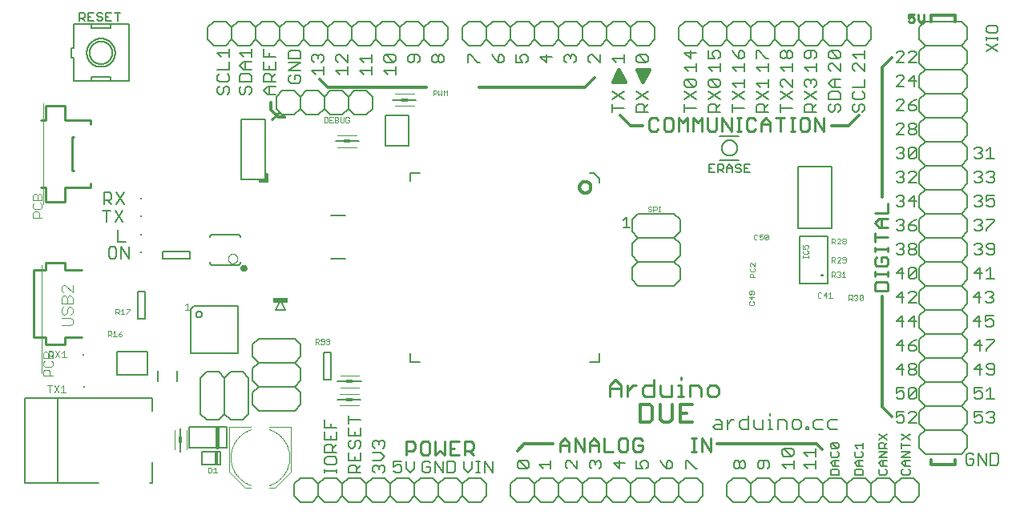
<source format=gbr>
G04 EAGLE Gerber RS-274X export*
G75*
%MOMM*%
%FSLAX34Y34*%
%LPD*%
%INSilkscreen Top*%
%IPPOS*%
%AMOC8*
5,1,8,0,0,1.08239X$1,22.5*%
G01*
%ADD10C,0.304800*%
%ADD11C,0.406400*%
%ADD12C,0.254000*%
%ADD13C,0.177800*%
%ADD14C,0.203200*%
%ADD15C,0.152400*%
%ADD16C,0.127000*%
%ADD17C,0.101600*%
%ADD18C,0.228600*%
%ADD19C,0.355600*%
%ADD20C,0.076200*%
%ADD21R,0.200000X0.200000*%
%ADD22C,0.050800*%
%ADD23C,0.070000*%
%ADD24R,0.700000X0.300000*%
%ADD25R,0.300000X0.700000*%
%ADD26R,1.574800X0.609600*%


D10*
X939800Y57150D02*
X939800Y52070D01*
X965200Y52070D01*
X965200Y57150D01*
X939800Y520700D02*
X939800Y527050D01*
X965200Y527050D01*
X965200Y520700D01*
X574040Y450850D02*
X462280Y450850D01*
X574040Y450850D02*
X584200Y461010D01*
X406400Y450850D02*
X302260Y450850D01*
X293370Y459740D01*
X610870Y421640D02*
X622300Y410210D01*
X635000Y410210D01*
X834390Y410210D02*
X852170Y410210D01*
X863600Y421640D01*
X818134Y74168D02*
X713232Y74168D01*
X818134Y74168D02*
X823976Y68326D01*
X539750Y74168D02*
X509270Y74168D01*
X502158Y67056D01*
X887730Y113030D02*
X887730Y229870D01*
X887730Y113030D02*
X897890Y102870D01*
X887730Y335280D02*
X887730Y472440D01*
X897890Y482600D01*
D11*
X609600Y469900D02*
X603250Y457200D01*
X615950Y457200D02*
X609600Y469900D01*
X609600Y457200D02*
X603250Y457200D01*
X609600Y463550D01*
X609600Y457200D01*
X615950Y457200D01*
X609600Y463550D01*
X628650Y469900D02*
X635000Y469900D01*
X641350Y469900D02*
X635000Y457200D01*
X628650Y469900D01*
X635000Y463550D01*
X641350Y469900D01*
X635000Y469900D01*
X635000Y463550D01*
D10*
X211564Y259588D02*
X211566Y259672D01*
X211572Y259756D01*
X211582Y259840D01*
X211595Y259923D01*
X211613Y260005D01*
X211635Y260087D01*
X211660Y260167D01*
X211689Y260246D01*
X211722Y260324D01*
X211758Y260400D01*
X211798Y260474D01*
X211841Y260546D01*
X211887Y260616D01*
X211937Y260684D01*
X211990Y260750D01*
X212046Y260813D01*
X212105Y260873D01*
X212167Y260930D01*
X212231Y260985D01*
X212298Y261036D01*
X212367Y261084D01*
X212438Y261129D01*
X212511Y261171D01*
X212586Y261209D01*
X212663Y261243D01*
X212741Y261274D01*
X212821Y261301D01*
X212902Y261325D01*
X212984Y261344D01*
X213067Y261360D01*
X213150Y261372D01*
X213234Y261380D01*
X213318Y261384D01*
X213402Y261384D01*
X213486Y261380D01*
X213570Y261372D01*
X213653Y261360D01*
X213736Y261344D01*
X213818Y261325D01*
X213899Y261301D01*
X213979Y261274D01*
X214057Y261243D01*
X214134Y261209D01*
X214209Y261171D01*
X214282Y261129D01*
X214353Y261084D01*
X214422Y261036D01*
X214489Y260985D01*
X214553Y260930D01*
X214615Y260873D01*
X214674Y260813D01*
X214730Y260750D01*
X214783Y260684D01*
X214833Y260616D01*
X214879Y260546D01*
X214922Y260474D01*
X214962Y260400D01*
X214998Y260324D01*
X215031Y260246D01*
X215060Y260167D01*
X215085Y260087D01*
X215107Y260005D01*
X215125Y259923D01*
X215138Y259840D01*
X215148Y259756D01*
X215154Y259672D01*
X215156Y259588D01*
X215154Y259504D01*
X215148Y259420D01*
X215138Y259336D01*
X215125Y259253D01*
X215107Y259171D01*
X215085Y259089D01*
X215060Y259009D01*
X215031Y258930D01*
X214998Y258852D01*
X214962Y258776D01*
X214922Y258702D01*
X214879Y258630D01*
X214833Y258560D01*
X214783Y258492D01*
X214730Y258426D01*
X214674Y258363D01*
X214615Y258303D01*
X214553Y258246D01*
X214489Y258191D01*
X214422Y258140D01*
X214353Y258092D01*
X214282Y258047D01*
X214209Y258005D01*
X214134Y257967D01*
X214057Y257933D01*
X213979Y257902D01*
X213899Y257875D01*
X213818Y257851D01*
X213736Y257832D01*
X213653Y257816D01*
X213570Y257804D01*
X213486Y257796D01*
X213402Y257792D01*
X213318Y257792D01*
X213234Y257796D01*
X213150Y257804D01*
X213067Y257816D01*
X212984Y257832D01*
X212902Y257851D01*
X212821Y257875D01*
X212741Y257902D01*
X212663Y257933D01*
X212586Y257967D01*
X212511Y258005D01*
X212438Y258047D01*
X212367Y258092D01*
X212298Y258140D01*
X212231Y258191D01*
X212167Y258246D01*
X212105Y258303D01*
X212046Y258363D01*
X211990Y258426D01*
X211937Y258492D01*
X211887Y258560D01*
X211841Y258630D01*
X211798Y258702D01*
X211758Y258776D01*
X211722Y258852D01*
X211689Y258930D01*
X211660Y259009D01*
X211635Y259089D01*
X211613Y259171D01*
X211595Y259253D01*
X211582Y259336D01*
X211572Y259420D01*
X211566Y259504D01*
X211564Y259588D01*
D12*
X547624Y75277D02*
X547624Y65786D01*
X547624Y75277D02*
X552369Y80022D01*
X557115Y75277D01*
X557115Y65786D01*
X557115Y72904D02*
X547624Y72904D01*
X563060Y65786D02*
X563060Y80022D01*
X572551Y65786D01*
X572551Y80022D01*
X578496Y75277D02*
X578496Y65786D01*
X578496Y75277D02*
X583242Y80022D01*
X587987Y75277D01*
X587987Y65786D01*
X587987Y72904D02*
X578496Y72904D01*
X593932Y80022D02*
X593932Y65786D01*
X603423Y65786D01*
X611741Y80022D02*
X616486Y80022D01*
X611741Y80022D02*
X609368Y77649D01*
X609368Y68159D01*
X611741Y65786D01*
X616486Y65786D01*
X618859Y68159D01*
X618859Y77649D01*
X616486Y80022D01*
X631922Y80022D02*
X634295Y77649D01*
X631922Y80022D02*
X627177Y80022D01*
X624804Y77649D01*
X624804Y68159D01*
X627177Y65786D01*
X631922Y65786D01*
X634295Y68159D01*
X634295Y72904D01*
X629550Y72904D01*
X686549Y65786D02*
X691294Y65786D01*
X688921Y65786D02*
X688921Y80022D01*
X686549Y80022D02*
X691294Y80022D01*
X696839Y80022D02*
X696839Y65786D01*
X706330Y65786D02*
X696839Y80022D01*
X706330Y80022D02*
X706330Y65786D01*
D13*
X246463Y443733D02*
X238159Y443733D01*
X234006Y447885D01*
X238159Y452037D01*
X246463Y452037D01*
X240235Y452037D02*
X240235Y443733D01*
X246463Y456830D02*
X234006Y456830D01*
X234006Y463059D01*
X236082Y465135D01*
X240235Y465135D01*
X242311Y463059D01*
X242311Y456830D01*
X242311Y460982D02*
X246463Y465135D01*
X234006Y469928D02*
X234006Y478232D01*
X234006Y469928D02*
X246463Y469928D01*
X246463Y478232D01*
X240235Y474080D02*
X240235Y469928D01*
X246463Y483025D02*
X234006Y483025D01*
X234006Y491329D01*
X240235Y487177D02*
X240235Y483025D01*
X260784Y461899D02*
X262860Y463975D01*
X260784Y461899D02*
X260784Y457747D01*
X262860Y455671D01*
X271165Y455671D01*
X273241Y457747D01*
X273241Y461899D01*
X271165Y463975D01*
X267013Y463975D01*
X267013Y459823D01*
X273241Y468768D02*
X260784Y468768D01*
X273241Y477073D01*
X260784Y477073D01*
X260784Y481866D02*
X273241Y481866D01*
X273241Y488094D01*
X271165Y490170D01*
X262860Y490170D01*
X260784Y488094D01*
X260784Y481866D01*
X602604Y429221D02*
X615061Y429221D01*
X602604Y425069D02*
X602604Y433373D01*
X602604Y438166D02*
X615061Y446471D01*
X615061Y438166D02*
X602604Y446471D01*
X628004Y425069D02*
X640461Y425069D01*
X628004Y425069D02*
X628004Y431297D01*
X630080Y433373D01*
X634233Y433373D01*
X636309Y431297D01*
X636309Y425069D01*
X636309Y429221D02*
X640461Y433373D01*
X640461Y446471D02*
X628004Y438166D01*
X628004Y446471D02*
X640461Y438166D01*
D12*
X600202Y136069D02*
X600202Y124206D01*
X600202Y136069D02*
X606134Y142001D01*
X612065Y136069D01*
X612065Y124206D01*
X612065Y133104D02*
X600202Y133104D01*
X618912Y136069D02*
X618912Y124206D01*
X618912Y130138D02*
X624844Y136069D01*
X627810Y136069D01*
X646368Y142001D02*
X646368Y124206D01*
X637470Y124206D01*
X634504Y127172D01*
X634504Y133104D01*
X637470Y136069D01*
X646368Y136069D01*
X653215Y136069D02*
X653215Y127172D01*
X656181Y124206D01*
X665078Y124206D01*
X665078Y136069D01*
X671925Y136069D02*
X674891Y136069D01*
X674891Y124206D01*
X671925Y124206D02*
X677857Y124206D01*
X674891Y142001D02*
X674891Y144967D01*
X684399Y136069D02*
X684399Y124206D01*
X684399Y136069D02*
X693296Y136069D01*
X696262Y133104D01*
X696262Y124206D01*
X706075Y124206D02*
X712007Y124206D01*
X714973Y127172D01*
X714973Y133104D01*
X712007Y136069D01*
X706075Y136069D01*
X703109Y133104D01*
X703109Y127172D01*
X706075Y124206D01*
D13*
X336633Y43429D02*
X324176Y43429D01*
X324176Y49657D01*
X326252Y51733D01*
X330405Y51733D01*
X332481Y49657D01*
X332481Y43429D01*
X332481Y47581D02*
X336633Y51733D01*
X324176Y56526D02*
X324176Y64831D01*
X324176Y56526D02*
X336633Y56526D01*
X336633Y64831D01*
X330405Y60678D02*
X330405Y56526D01*
X324176Y75852D02*
X326252Y77928D01*
X324176Y75852D02*
X324176Y71700D01*
X326252Y69624D01*
X328329Y69624D01*
X330405Y71700D01*
X330405Y75852D01*
X332481Y77928D01*
X334557Y77928D01*
X336633Y75852D01*
X336633Y71700D01*
X334557Y69624D01*
X324176Y82721D02*
X324176Y91025D01*
X324176Y82721D02*
X336633Y82721D01*
X336633Y91025D01*
X330405Y86873D02*
X330405Y82721D01*
X336633Y99970D02*
X324176Y99970D01*
X324176Y95818D02*
X324176Y104122D01*
X349576Y45505D02*
X351652Y43429D01*
X349576Y45505D02*
X349576Y49657D01*
X351652Y51733D01*
X353729Y51733D01*
X355805Y49657D01*
X355805Y47581D01*
X355805Y49657D02*
X357881Y51733D01*
X359957Y51733D01*
X362033Y49657D01*
X362033Y45505D01*
X359957Y43429D01*
X357881Y56526D02*
X349576Y56526D01*
X357881Y56526D02*
X362033Y60678D01*
X357881Y64831D01*
X349576Y64831D01*
X351652Y69624D02*
X349576Y71700D01*
X349576Y75852D01*
X351652Y77928D01*
X353729Y77928D01*
X355805Y75852D01*
X355805Y73776D01*
X355805Y75852D02*
X357881Y77928D01*
X359957Y77928D01*
X362033Y75852D01*
X362033Y71700D01*
X359957Y69624D01*
X371597Y56062D02*
X379901Y56062D01*
X371597Y56062D02*
X371597Y49833D01*
X375749Y51909D01*
X377825Y51909D01*
X379901Y49833D01*
X379901Y45681D01*
X377825Y43605D01*
X373673Y43605D01*
X371597Y45681D01*
X384694Y47757D02*
X384694Y56062D01*
X384694Y47757D02*
X388846Y43605D01*
X392999Y47757D01*
X392999Y56062D01*
X445765Y56062D02*
X445765Y47757D01*
X449917Y43605D01*
X454069Y47757D01*
X454069Y56062D01*
X458862Y43605D02*
X463014Y43605D01*
X460938Y43605D02*
X460938Y56062D01*
X458862Y56062D02*
X463014Y56062D01*
X467594Y56062D02*
X467594Y43605D01*
X475898Y43605D02*
X467594Y56062D01*
X475898Y56062D02*
X475898Y43605D01*
X410381Y53986D02*
X408305Y56062D01*
X404153Y56062D01*
X402077Y53986D01*
X402077Y45681D01*
X404153Y43605D01*
X408305Y43605D01*
X410381Y45681D01*
X410381Y49833D01*
X406229Y49833D01*
X415174Y43605D02*
X415174Y56062D01*
X423479Y43605D01*
X423479Y56062D01*
X428272Y56062D02*
X428272Y43605D01*
X434500Y43605D01*
X436576Y45681D01*
X436576Y53986D01*
X434500Y56062D01*
X428272Y56062D01*
X630080Y477139D02*
X638385Y477139D01*
X630080Y477139D02*
X628004Y479215D01*
X628004Y483367D01*
X630080Y485443D01*
X638385Y485443D01*
X640461Y483367D01*
X640461Y479215D01*
X638385Y477139D01*
X630080Y485443D01*
X606757Y477139D02*
X602604Y481291D01*
X615061Y481291D01*
X615061Y477139D02*
X615061Y485443D01*
X589661Y485443D02*
X589661Y477139D01*
X581357Y485443D01*
X579280Y485443D01*
X577204Y483367D01*
X577204Y479215D01*
X579280Y477139D01*
X553880Y477139D02*
X551804Y479215D01*
X551804Y483367D01*
X553880Y485443D01*
X555957Y485443D01*
X558033Y483367D01*
X558033Y481291D01*
X558033Y483367D02*
X560109Y485443D01*
X562185Y485443D01*
X564261Y483367D01*
X564261Y479215D01*
X562185Y477139D01*
X538861Y483367D02*
X526404Y483367D01*
X532633Y477139D01*
X532633Y485443D01*
X501004Y485443D02*
X501004Y477139D01*
X507233Y477139D01*
X505157Y481291D01*
X505157Y483367D01*
X507233Y485443D01*
X511385Y485443D01*
X513461Y483367D01*
X513461Y479215D01*
X511385Y477139D01*
X477680Y481291D02*
X475604Y485443D01*
X477680Y481291D02*
X481833Y477139D01*
X485985Y477139D01*
X488061Y479215D01*
X488061Y483367D01*
X485985Y485443D01*
X483909Y485443D01*
X481833Y483367D01*
X481833Y477139D01*
X450204Y477139D02*
X450204Y485443D01*
X452280Y485443D01*
X460585Y477139D01*
X462661Y477139D01*
X414180Y477139D02*
X412104Y479215D01*
X412104Y483367D01*
X414180Y485443D01*
X416257Y485443D01*
X418333Y483367D01*
X420409Y485443D01*
X422485Y485443D01*
X424561Y483367D01*
X424561Y479215D01*
X422485Y477139D01*
X420409Y477139D01*
X418333Y479215D01*
X416257Y477139D01*
X414180Y477139D01*
X418333Y479215D02*
X418333Y483367D01*
X399161Y479215D02*
X397085Y477139D01*
X399161Y479215D02*
X399161Y483367D01*
X397085Y485443D01*
X388780Y485443D01*
X386704Y483367D01*
X386704Y479215D01*
X388780Y477139D01*
X390857Y477139D01*
X392933Y479215D01*
X392933Y485443D01*
X365457Y464439D02*
X361304Y468591D01*
X373761Y468591D01*
X373761Y464439D02*
X373761Y472743D01*
X371685Y477536D02*
X363380Y477536D01*
X361304Y479612D01*
X361304Y483765D01*
X363380Y485841D01*
X371685Y485841D01*
X373761Y483765D01*
X373761Y479612D01*
X371685Y477536D01*
X363380Y485841D01*
X340057Y464439D02*
X335904Y468591D01*
X348361Y468591D01*
X348361Y464439D02*
X348361Y472743D01*
X340057Y477536D02*
X335904Y481688D01*
X348361Y481688D01*
X348361Y477536D02*
X348361Y485841D01*
X314657Y464439D02*
X310504Y468591D01*
X322961Y468591D01*
X322961Y464439D02*
X322961Y472743D01*
X322961Y477536D02*
X322961Y485841D01*
X314657Y485841D02*
X322961Y477536D01*
X314657Y485841D02*
X312580Y485841D01*
X310504Y483765D01*
X310504Y479612D01*
X312580Y477536D01*
X289257Y464439D02*
X285104Y468591D01*
X297561Y468591D01*
X297561Y464439D02*
X297561Y472743D01*
X287180Y477536D02*
X285104Y479612D01*
X285104Y483765D01*
X287180Y485841D01*
X289257Y485841D01*
X291333Y483765D01*
X291333Y481688D01*
X291333Y483765D02*
X293409Y485841D01*
X295485Y485841D01*
X297561Y483765D01*
X297561Y479612D01*
X295485Y477536D01*
X504350Y47879D02*
X512655Y47879D01*
X504350Y47879D02*
X502274Y49955D01*
X502274Y54107D01*
X504350Y56183D01*
X512655Y56183D01*
X514731Y54107D01*
X514731Y49955D01*
X512655Y47879D01*
X504350Y56183D01*
X525134Y52031D02*
X529287Y47879D01*
X525134Y52031D02*
X537591Y52031D01*
X537591Y47879D02*
X537591Y56183D01*
X565531Y56183D02*
X565531Y47879D01*
X557227Y56183D01*
X555150Y56183D01*
X553074Y54107D01*
X553074Y49955D01*
X555150Y47879D01*
X578474Y49955D02*
X580550Y47879D01*
X578474Y49955D02*
X578474Y54107D01*
X580550Y56183D01*
X582627Y56183D01*
X584703Y54107D01*
X584703Y52031D01*
X584703Y54107D02*
X586779Y56183D01*
X588855Y56183D01*
X590931Y54107D01*
X590931Y49955D01*
X588855Y47879D01*
X603874Y54107D02*
X616331Y54107D01*
X610103Y47879D02*
X603874Y54107D01*
X610103Y56183D02*
X610103Y47879D01*
X628004Y47879D02*
X628004Y56183D01*
X628004Y47879D02*
X634233Y47879D01*
X632157Y52031D01*
X632157Y54107D01*
X634233Y56183D01*
X638385Y56183D01*
X640461Y54107D01*
X640461Y49955D01*
X638385Y47879D01*
X653404Y56183D02*
X655480Y52031D01*
X659633Y47879D01*
X663785Y47879D01*
X665861Y49955D01*
X665861Y54107D01*
X663785Y56183D01*
X661709Y56183D01*
X659633Y54107D01*
X659633Y47879D01*
X680074Y47879D02*
X680074Y56183D01*
X682150Y56183D01*
X690455Y47879D01*
X692531Y47879D01*
X831204Y431297D02*
X833280Y433373D01*
X831204Y431297D02*
X831204Y427145D01*
X833280Y425069D01*
X835357Y425069D01*
X837433Y427145D01*
X837433Y431297D01*
X839509Y433373D01*
X841585Y433373D01*
X843661Y431297D01*
X843661Y427145D01*
X841585Y425069D01*
X843661Y438166D02*
X831204Y438166D01*
X843661Y438166D02*
X843661Y444395D01*
X841585Y446471D01*
X833280Y446471D01*
X831204Y444395D01*
X831204Y438166D01*
X835357Y451264D02*
X843661Y451264D01*
X835357Y451264D02*
X831204Y455416D01*
X835357Y459568D01*
X843661Y459568D01*
X837433Y459568D02*
X837433Y451264D01*
X856604Y431297D02*
X858680Y433373D01*
X856604Y431297D02*
X856604Y427145D01*
X858680Y425069D01*
X860757Y425069D01*
X862833Y427145D01*
X862833Y431297D01*
X864909Y433373D01*
X866985Y433373D01*
X869061Y431297D01*
X869061Y427145D01*
X866985Y425069D01*
X856604Y444395D02*
X858680Y446471D01*
X856604Y444395D02*
X856604Y440242D01*
X858680Y438166D01*
X866985Y438166D01*
X869061Y440242D01*
X869061Y444395D01*
X866985Y446471D01*
X869061Y451264D02*
X856604Y451264D01*
X869061Y451264D02*
X869061Y459568D01*
D14*
X617637Y313831D02*
X614078Y310272D01*
X617637Y313831D02*
X617637Y303154D01*
X614078Y303154D02*
X621196Y303154D01*
D13*
X730874Y49955D02*
X732950Y47879D01*
X730874Y49955D02*
X730874Y54107D01*
X732950Y56183D01*
X735027Y56183D01*
X737103Y54107D01*
X739179Y56183D01*
X741255Y56183D01*
X743331Y54107D01*
X743331Y49955D01*
X741255Y47879D01*
X739179Y47879D01*
X737103Y49955D01*
X735027Y47879D01*
X732950Y47879D01*
X737103Y49955D02*
X737103Y54107D01*
X766655Y47879D02*
X768731Y49955D01*
X768731Y54107D01*
X766655Y56183D01*
X758350Y56183D01*
X756274Y54107D01*
X756274Y49955D01*
X758350Y47879D01*
X760427Y47879D01*
X762503Y49955D01*
X762503Y56183D01*
D15*
X781547Y51989D02*
X785784Y47752D01*
X781547Y51989D02*
X794258Y51989D01*
X794258Y47752D02*
X794258Y56226D01*
X792140Y60849D02*
X783666Y60849D01*
X781547Y62968D01*
X781547Y67205D01*
X783666Y69323D01*
X792140Y69323D01*
X794258Y67205D01*
X794258Y62968D01*
X792140Y60849D01*
X783666Y69323D01*
D13*
X805042Y52031D02*
X809195Y47879D01*
X805042Y52031D02*
X817499Y52031D01*
X817499Y47879D02*
X817499Y56183D01*
X809195Y60976D02*
X805042Y65128D01*
X817499Y65128D01*
X817499Y60976D02*
X817499Y69281D01*
D16*
X833239Y41529D02*
X842137Y41529D01*
X842137Y45978D01*
X840654Y47461D01*
X834722Y47461D01*
X833239Y45978D01*
X833239Y41529D01*
X836205Y50884D02*
X842137Y50884D01*
X836205Y50884D02*
X833239Y53850D01*
X836205Y56816D01*
X842137Y56816D01*
X837688Y56816D02*
X837688Y50884D01*
X833239Y64688D02*
X834722Y66171D01*
X833239Y64688D02*
X833239Y61722D01*
X834722Y60239D01*
X840654Y60239D01*
X842137Y61722D01*
X842137Y64688D01*
X840654Y66171D01*
X840654Y69595D02*
X834722Y69595D01*
X833239Y71077D01*
X833239Y74043D01*
X834722Y75526D01*
X840654Y75526D01*
X842137Y74043D01*
X842137Y71077D01*
X840654Y69595D01*
X834722Y75526D01*
X858639Y41529D02*
X867537Y41529D01*
X867537Y45978D01*
X866054Y47461D01*
X860122Y47461D01*
X858639Y45978D01*
X858639Y41529D01*
X861605Y50884D02*
X867537Y50884D01*
X861605Y50884D02*
X858639Y53850D01*
X861605Y56816D01*
X867537Y56816D01*
X863088Y56816D02*
X863088Y50884D01*
X858639Y64688D02*
X860122Y66171D01*
X858639Y64688D02*
X858639Y61722D01*
X860122Y60239D01*
X866054Y60239D01*
X867537Y61722D01*
X867537Y64688D01*
X866054Y66171D01*
X861605Y69595D02*
X858639Y72560D01*
X867537Y72560D01*
X867537Y69595D02*
X867537Y75526D01*
X885522Y47461D02*
X884039Y45978D01*
X884039Y43012D01*
X885522Y41529D01*
X891454Y41529D01*
X892937Y43012D01*
X892937Y45978D01*
X891454Y47461D01*
X892937Y50884D02*
X887005Y50884D01*
X884039Y53850D01*
X887005Y56816D01*
X892937Y56816D01*
X888488Y56816D02*
X888488Y50884D01*
X892937Y60239D02*
X884039Y60239D01*
X892937Y66171D01*
X884039Y66171D01*
X884039Y69595D02*
X892937Y69595D01*
X884039Y69595D02*
X884039Y74043D01*
X885522Y75526D01*
X888488Y75526D01*
X889971Y74043D01*
X889971Y69595D01*
X889971Y72560D02*
X892937Y75526D01*
X892937Y84881D02*
X884039Y78950D01*
X884039Y84881D02*
X892937Y78950D01*
X909652Y47461D02*
X908169Y45978D01*
X908169Y43012D01*
X909652Y41529D01*
X915584Y41529D01*
X917067Y43012D01*
X917067Y45978D01*
X915584Y47461D01*
X917067Y50884D02*
X911135Y50884D01*
X908169Y53850D01*
X911135Y56816D01*
X917067Y56816D01*
X912618Y56816D02*
X912618Y50884D01*
X917067Y60239D02*
X908169Y60239D01*
X917067Y66171D01*
X908169Y66171D01*
X908169Y72560D02*
X917067Y72560D01*
X908169Y69595D02*
X908169Y75526D01*
X908169Y78950D02*
X917067Y84881D01*
X917067Y78950D02*
X908169Y84881D01*
D13*
X742061Y429221D02*
X729604Y429221D01*
X729604Y425069D02*
X729604Y433373D01*
X729604Y438166D02*
X742061Y446471D01*
X742061Y438166D02*
X729604Y446471D01*
X733757Y451264D02*
X729604Y455416D01*
X742061Y455416D01*
X742061Y451264D02*
X742061Y459568D01*
X755004Y425069D02*
X767461Y425069D01*
X755004Y425069D02*
X755004Y431297D01*
X757080Y433373D01*
X761233Y433373D01*
X763309Y431297D01*
X763309Y425069D01*
X763309Y429221D02*
X767461Y433373D01*
X767461Y446471D02*
X755004Y438166D01*
X755004Y446471D02*
X767461Y438166D01*
X759157Y451264D02*
X755004Y455416D01*
X767461Y455416D01*
X767461Y451264D02*
X767461Y459568D01*
D14*
X716159Y99322D02*
X711329Y99322D01*
X716159Y99322D02*
X718574Y96907D01*
X718574Y89662D01*
X711329Y89662D01*
X708914Y92077D01*
X711329Y94492D01*
X718574Y94492D01*
X724116Y89662D02*
X724116Y99322D01*
X724116Y94492D02*
X728946Y99322D01*
X731361Y99322D01*
X746445Y104152D02*
X746445Y89662D01*
X739200Y89662D01*
X736785Y92077D01*
X736785Y96907D01*
X739200Y99322D01*
X746445Y99322D01*
X751987Y99322D02*
X751987Y92077D01*
X754402Y89662D01*
X761647Y89662D01*
X761647Y99322D01*
X767189Y99322D02*
X769604Y99322D01*
X769604Y89662D01*
X767189Y89662D02*
X772019Y89662D01*
X769604Y104152D02*
X769604Y106567D01*
X777324Y99322D02*
X777324Y89662D01*
X777324Y99322D02*
X784569Y99322D01*
X786984Y96907D01*
X786984Y89662D01*
X794941Y89662D02*
X799771Y89662D01*
X802186Y92077D01*
X802186Y96907D01*
X799771Y99322D01*
X794941Y99322D01*
X792526Y96907D01*
X792526Y92077D01*
X794941Y89662D01*
X807728Y89662D02*
X807728Y92077D01*
X810143Y92077D01*
X810143Y89662D01*
X807728Y89662D01*
X817744Y99322D02*
X824990Y99322D01*
X817744Y99322D02*
X815329Y96907D01*
X815329Y92077D01*
X817744Y89662D01*
X824990Y89662D01*
X832947Y99322D02*
X840192Y99322D01*
X832947Y99322D02*
X830531Y96907D01*
X830531Y92077D01*
X832947Y89662D01*
X840192Y89662D01*
D13*
X716661Y425069D02*
X704204Y425069D01*
X704204Y431297D01*
X706280Y433373D01*
X710433Y433373D01*
X712509Y431297D01*
X712509Y425069D01*
X712509Y429221D02*
X716661Y433373D01*
X716661Y446471D02*
X704204Y438166D01*
X704204Y446471D02*
X716661Y438166D01*
X714585Y451264D02*
X706280Y451264D01*
X704204Y453340D01*
X704204Y457492D01*
X706280Y459568D01*
X714585Y459568D01*
X716661Y457492D01*
X716661Y453340D01*
X714585Y451264D01*
X706280Y459568D01*
X691261Y429221D02*
X678804Y429221D01*
X678804Y425069D02*
X678804Y433373D01*
X678804Y438166D02*
X691261Y446471D01*
X691261Y438166D02*
X678804Y446471D01*
X680880Y451264D02*
X689185Y451264D01*
X680880Y451264D02*
X678804Y453340D01*
X678804Y457492D01*
X680880Y459568D01*
X689185Y459568D01*
X691261Y457492D01*
X691261Y453340D01*
X689185Y451264D01*
X680880Y459568D01*
X805804Y425069D02*
X818261Y425069D01*
X805804Y425069D02*
X805804Y431297D01*
X807880Y433373D01*
X812033Y433373D01*
X814109Y431297D01*
X814109Y425069D01*
X814109Y429221D02*
X818261Y433373D01*
X818261Y446471D02*
X805804Y438166D01*
X805804Y446471D02*
X818261Y438166D01*
X807880Y451264D02*
X805804Y453340D01*
X805804Y457492D01*
X807880Y459568D01*
X809957Y459568D01*
X812033Y457492D01*
X812033Y455416D01*
X812033Y457492D02*
X814109Y459568D01*
X816185Y459568D01*
X818261Y457492D01*
X818261Y453340D01*
X816185Y451264D01*
X792861Y429221D02*
X780404Y429221D01*
X780404Y425069D02*
X780404Y433373D01*
X780404Y438166D02*
X792861Y446471D01*
X792861Y438166D02*
X780404Y446471D01*
X792861Y451264D02*
X792861Y459568D01*
X792861Y451264D02*
X784557Y459568D01*
X782480Y459568D01*
X780404Y457492D01*
X780404Y453340D01*
X782480Y451264D01*
D17*
X413258Y448060D02*
X413258Y442976D01*
X413258Y448060D02*
X415800Y448060D01*
X416648Y447213D01*
X416648Y445518D01*
X415800Y444671D01*
X413258Y444671D01*
X418871Y442976D02*
X418871Y448060D01*
X420566Y444671D02*
X418871Y442976D01*
X420566Y444671D02*
X422261Y442976D01*
X422261Y448060D01*
X424484Y448060D02*
X424484Y442976D01*
X426179Y446366D02*
X424484Y448060D01*
X426179Y446366D02*
X427874Y448060D01*
X427874Y442976D01*
D13*
X678804Y472401D02*
X682957Y468249D01*
X678804Y472401D02*
X691261Y472401D01*
X691261Y468249D02*
X691261Y476553D01*
X691261Y487575D02*
X678804Y487575D01*
X685033Y481346D01*
X685033Y489651D01*
X704204Y472401D02*
X708357Y468249D01*
X704204Y472401D02*
X716661Y472401D01*
X716661Y468249D02*
X716661Y476553D01*
X704204Y481346D02*
X704204Y489651D01*
X704204Y481346D02*
X710433Y481346D01*
X708357Y485498D01*
X708357Y487575D01*
X710433Y489651D01*
X714585Y489651D01*
X716661Y487575D01*
X716661Y483422D01*
X714585Y481346D01*
X729604Y472401D02*
X733757Y468249D01*
X729604Y472401D02*
X742061Y472401D01*
X742061Y468249D02*
X742061Y476553D01*
X731680Y485498D02*
X729604Y489651D01*
X731680Y485498D02*
X735833Y481346D01*
X739985Y481346D01*
X742061Y483422D01*
X742061Y487575D01*
X739985Y489651D01*
X737909Y489651D01*
X735833Y487575D01*
X735833Y481346D01*
X755004Y472401D02*
X759157Y468249D01*
X755004Y472401D02*
X767461Y472401D01*
X767461Y468249D02*
X767461Y476553D01*
X755004Y481346D02*
X755004Y489651D01*
X757080Y489651D01*
X765385Y481346D01*
X767461Y481346D01*
X780404Y472401D02*
X784557Y468249D01*
X780404Y472401D02*
X792861Y472401D01*
X792861Y468249D02*
X792861Y476553D01*
X782480Y481346D02*
X780404Y483422D01*
X780404Y487575D01*
X782480Y489651D01*
X784557Y489651D01*
X786633Y487575D01*
X788709Y489651D01*
X790785Y489651D01*
X792861Y487575D01*
X792861Y483422D01*
X790785Y481346D01*
X788709Y481346D01*
X786633Y483422D01*
X784557Y481346D01*
X782480Y481346D01*
X786633Y483422D02*
X786633Y487575D01*
X805804Y472401D02*
X809957Y468249D01*
X805804Y472401D02*
X818261Y472401D01*
X818261Y468249D02*
X818261Y476553D01*
X816185Y481346D02*
X818261Y483422D01*
X818261Y487575D01*
X816185Y489651D01*
X807880Y489651D01*
X805804Y487575D01*
X805804Y483422D01*
X807880Y481346D01*
X809957Y481346D01*
X812033Y483422D01*
X812033Y489651D01*
X843661Y476553D02*
X843661Y468249D01*
X835357Y476553D01*
X833280Y476553D01*
X831204Y474477D01*
X831204Y470325D01*
X833280Y468249D01*
X833280Y481346D02*
X841585Y481346D01*
X833280Y481346D02*
X831204Y483422D01*
X831204Y487575D01*
X833280Y489651D01*
X841585Y489651D01*
X843661Y487575D01*
X843661Y483422D01*
X841585Y481346D01*
X833280Y489651D01*
X869061Y476553D02*
X869061Y468249D01*
X860757Y476553D01*
X858680Y476553D01*
X856604Y474477D01*
X856604Y470325D01*
X858680Y468249D01*
X860757Y481346D02*
X856604Y485498D01*
X869061Y485498D01*
X869061Y481346D02*
X869061Y489651D01*
D18*
X915282Y528455D02*
X921213Y528455D01*
X915282Y528455D02*
X915282Y524006D01*
X918247Y525489D01*
X919730Y525489D01*
X921213Y524006D01*
X921213Y521040D01*
X919730Y519557D01*
X916765Y519557D01*
X915282Y521040D01*
X925572Y522523D02*
X925572Y528455D01*
X925572Y522523D02*
X928538Y519557D01*
X931504Y522523D01*
X931504Y528455D01*
D13*
X982477Y64146D02*
X984553Y62070D01*
X982477Y64146D02*
X978325Y64146D01*
X976249Y62070D01*
X976249Y53765D01*
X978325Y51689D01*
X982477Y51689D01*
X984553Y53765D01*
X984553Y57917D01*
X980401Y57917D01*
X989346Y51689D02*
X989346Y64146D01*
X997651Y51689D01*
X997651Y64146D01*
X1002444Y64146D02*
X1002444Y51689D01*
X1008672Y51689D01*
X1010748Y53765D01*
X1010748Y62070D01*
X1008672Y64146D01*
X1002444Y64146D01*
X910893Y477139D02*
X902589Y477139D01*
X910893Y485443D01*
X910893Y487520D01*
X908817Y489596D01*
X904665Y489596D01*
X902589Y487520D01*
X915686Y477139D02*
X923991Y477139D01*
X923991Y485443D02*
X915686Y477139D01*
X923991Y485443D02*
X923991Y487520D01*
X921915Y489596D01*
X917762Y489596D01*
X915686Y487520D01*
X910893Y451739D02*
X902589Y451739D01*
X910893Y460043D01*
X910893Y462120D01*
X908817Y464196D01*
X904665Y464196D01*
X902589Y462120D01*
X921915Y464196D02*
X921915Y451739D01*
X915686Y457967D02*
X921915Y464196D01*
X923991Y457967D02*
X915686Y457967D01*
X910893Y426339D02*
X902589Y426339D01*
X910893Y434643D01*
X910893Y436720D01*
X908817Y438796D01*
X904665Y438796D01*
X902589Y436720D01*
X919838Y436720D02*
X923991Y438796D01*
X919838Y436720D02*
X915686Y432567D01*
X915686Y428415D01*
X917762Y426339D01*
X921915Y426339D01*
X923991Y428415D01*
X923991Y430491D01*
X921915Y432567D01*
X915686Y432567D01*
X910893Y400939D02*
X902589Y400939D01*
X910893Y409243D01*
X910893Y411320D01*
X908817Y413396D01*
X904665Y413396D01*
X902589Y411320D01*
X915686Y411320D02*
X917762Y413396D01*
X921915Y413396D01*
X923991Y411320D01*
X923991Y409243D01*
X921915Y407167D01*
X923991Y405091D01*
X923991Y403015D01*
X921915Y400939D01*
X917762Y400939D01*
X915686Y403015D01*
X915686Y405091D01*
X917762Y407167D01*
X915686Y409243D01*
X915686Y411320D01*
X917762Y407167D02*
X921915Y407167D01*
X904665Y387996D02*
X902589Y385920D01*
X904665Y387996D02*
X908817Y387996D01*
X910893Y385920D01*
X910893Y383843D01*
X908817Y381767D01*
X906741Y381767D01*
X908817Y381767D02*
X910893Y379691D01*
X910893Y377615D01*
X908817Y375539D01*
X904665Y375539D01*
X902589Y377615D01*
X915686Y377615D02*
X915686Y385920D01*
X917762Y387996D01*
X921915Y387996D01*
X923991Y385920D01*
X923991Y377615D01*
X921915Y375539D01*
X917762Y375539D01*
X915686Y377615D01*
X923991Y385920D01*
X985139Y385920D02*
X987215Y387996D01*
X991367Y387996D01*
X993443Y385920D01*
X993443Y383843D01*
X991367Y381767D01*
X989291Y381767D01*
X991367Y381767D02*
X993443Y379691D01*
X993443Y377615D01*
X991367Y375539D01*
X987215Y375539D01*
X985139Y377615D01*
X998236Y383843D02*
X1002388Y387996D01*
X1002388Y375539D01*
X998236Y375539D02*
X1006541Y375539D01*
X904665Y362596D02*
X902589Y360520D01*
X904665Y362596D02*
X908817Y362596D01*
X910893Y360520D01*
X910893Y358443D01*
X908817Y356367D01*
X906741Y356367D01*
X908817Y356367D02*
X910893Y354291D01*
X910893Y352215D01*
X908817Y350139D01*
X904665Y350139D01*
X902589Y352215D01*
X915686Y350139D02*
X923991Y350139D01*
X923991Y358443D02*
X915686Y350139D01*
X923991Y358443D02*
X923991Y360520D01*
X921915Y362596D01*
X917762Y362596D01*
X915686Y360520D01*
X985139Y360520D02*
X987215Y362596D01*
X991367Y362596D01*
X993443Y360520D01*
X993443Y358443D01*
X991367Y356367D01*
X989291Y356367D01*
X991367Y356367D02*
X993443Y354291D01*
X993443Y352215D01*
X991367Y350139D01*
X987215Y350139D01*
X985139Y352215D01*
X998236Y360520D02*
X1000312Y362596D01*
X1004465Y362596D01*
X1006541Y360520D01*
X1006541Y358443D01*
X1004465Y356367D01*
X1002388Y356367D01*
X1004465Y356367D02*
X1006541Y354291D01*
X1006541Y352215D01*
X1004465Y350139D01*
X1000312Y350139D01*
X998236Y352215D01*
X904665Y337196D02*
X902589Y335120D01*
X904665Y337196D02*
X908817Y337196D01*
X910893Y335120D01*
X910893Y333043D01*
X908817Y330967D01*
X906741Y330967D01*
X908817Y330967D02*
X910893Y328891D01*
X910893Y326815D01*
X908817Y324739D01*
X904665Y324739D01*
X902589Y326815D01*
X921915Y324739D02*
X921915Y337196D01*
X915686Y330967D01*
X923991Y330967D01*
X985139Y335120D02*
X987215Y337196D01*
X991367Y337196D01*
X993443Y335120D01*
X993443Y333043D01*
X991367Y330967D01*
X989291Y330967D01*
X991367Y330967D02*
X993443Y328891D01*
X993443Y326815D01*
X991367Y324739D01*
X987215Y324739D01*
X985139Y326815D01*
X998236Y337196D02*
X1006541Y337196D01*
X998236Y337196D02*
X998236Y330967D01*
X1002388Y333043D01*
X1004465Y333043D01*
X1006541Y330967D01*
X1006541Y326815D01*
X1004465Y324739D01*
X1000312Y324739D01*
X998236Y326815D01*
X904665Y311796D02*
X902589Y309720D01*
X904665Y311796D02*
X908817Y311796D01*
X910893Y309720D01*
X910893Y307643D01*
X908817Y305567D01*
X906741Y305567D01*
X908817Y305567D02*
X910893Y303491D01*
X910893Y301415D01*
X908817Y299339D01*
X904665Y299339D01*
X902589Y301415D01*
X919838Y309720D02*
X923991Y311796D01*
X919838Y309720D02*
X915686Y305567D01*
X915686Y301415D01*
X917762Y299339D01*
X921915Y299339D01*
X923991Y301415D01*
X923991Y303491D01*
X921915Y305567D01*
X915686Y305567D01*
X985139Y309720D02*
X987215Y311796D01*
X991367Y311796D01*
X993443Y309720D01*
X993443Y307643D01*
X991367Y305567D01*
X989291Y305567D01*
X991367Y305567D02*
X993443Y303491D01*
X993443Y301415D01*
X991367Y299339D01*
X987215Y299339D01*
X985139Y301415D01*
X998236Y311796D02*
X1006541Y311796D01*
X1006541Y309720D01*
X998236Y301415D01*
X998236Y299339D01*
X904665Y286396D02*
X902589Y284320D01*
X904665Y286396D02*
X908817Y286396D01*
X910893Y284320D01*
X910893Y282243D01*
X908817Y280167D01*
X906741Y280167D01*
X908817Y280167D02*
X910893Y278091D01*
X910893Y276015D01*
X908817Y273939D01*
X904665Y273939D01*
X902589Y276015D01*
X915686Y284320D02*
X917762Y286396D01*
X921915Y286396D01*
X923991Y284320D01*
X923991Y282243D01*
X921915Y280167D01*
X923991Y278091D01*
X923991Y276015D01*
X921915Y273939D01*
X917762Y273939D01*
X915686Y276015D01*
X915686Y278091D01*
X917762Y280167D01*
X915686Y282243D01*
X915686Y284320D01*
X917762Y280167D02*
X921915Y280167D01*
X985139Y284320D02*
X987215Y286396D01*
X991367Y286396D01*
X993443Y284320D01*
X993443Y282243D01*
X991367Y280167D01*
X989291Y280167D01*
X991367Y280167D02*
X993443Y278091D01*
X993443Y276015D01*
X991367Y273939D01*
X987215Y273939D01*
X985139Y276015D01*
X998236Y276015D02*
X1000312Y273939D01*
X1004465Y273939D01*
X1006541Y276015D01*
X1006541Y284320D01*
X1004465Y286396D01*
X1000312Y286396D01*
X998236Y284320D01*
X998236Y282243D01*
X1000312Y280167D01*
X1006541Y280167D01*
X991367Y260996D02*
X991367Y248539D01*
X985139Y254767D02*
X991367Y260996D01*
X993443Y254767D02*
X985139Y254767D01*
X998236Y256843D02*
X1002388Y260996D01*
X1002388Y248539D01*
X998236Y248539D02*
X1006541Y248539D01*
X908817Y248539D02*
X908817Y260996D01*
X902589Y254767D01*
X910893Y254767D01*
X915686Y250615D02*
X915686Y258920D01*
X917762Y260996D01*
X921915Y260996D01*
X923991Y258920D01*
X923991Y250615D01*
X921915Y248539D01*
X917762Y248539D01*
X915686Y250615D01*
X923991Y258920D01*
X990097Y235596D02*
X990097Y223139D01*
X983869Y229367D02*
X990097Y235596D01*
X992173Y229367D02*
X983869Y229367D01*
X996966Y233520D02*
X999042Y235596D01*
X1003195Y235596D01*
X1005271Y233520D01*
X1005271Y231443D01*
X1003195Y229367D01*
X1001118Y229367D01*
X1003195Y229367D02*
X1005271Y227291D01*
X1005271Y225215D01*
X1003195Y223139D01*
X999042Y223139D01*
X996966Y225215D01*
X908817Y223139D02*
X908817Y235596D01*
X902589Y229367D01*
X910893Y229367D01*
X915686Y223139D02*
X923991Y223139D01*
X923991Y231443D02*
X915686Y223139D01*
X923991Y231443D02*
X923991Y233520D01*
X921915Y235596D01*
X917762Y235596D01*
X915686Y233520D01*
X990097Y210196D02*
X990097Y197739D01*
X983869Y203967D02*
X990097Y210196D01*
X992173Y203967D02*
X983869Y203967D01*
X996966Y210196D02*
X1005271Y210196D01*
X996966Y210196D02*
X996966Y203967D01*
X1001118Y206043D01*
X1003195Y206043D01*
X1005271Y203967D01*
X1005271Y199815D01*
X1003195Y197739D01*
X999042Y197739D01*
X996966Y199815D01*
X991367Y184796D02*
X991367Y172339D01*
X985139Y178567D02*
X991367Y184796D01*
X993443Y178567D02*
X985139Y178567D01*
X998236Y184796D02*
X1006541Y184796D01*
X1006541Y182720D01*
X998236Y174415D01*
X998236Y172339D01*
X991367Y159396D02*
X991367Y146939D01*
X985139Y153167D02*
X991367Y159396D01*
X993443Y153167D02*
X985139Y153167D01*
X998236Y149015D02*
X1000312Y146939D01*
X1004465Y146939D01*
X1006541Y149015D01*
X1006541Y157320D01*
X1004465Y159396D01*
X1000312Y159396D01*
X998236Y157320D01*
X998236Y155243D01*
X1000312Y153167D01*
X1006541Y153167D01*
X993443Y133996D02*
X985139Y133996D01*
X985139Y127767D01*
X989291Y129843D01*
X991367Y129843D01*
X993443Y127767D01*
X993443Y123615D01*
X991367Y121539D01*
X987215Y121539D01*
X985139Y123615D01*
X998236Y129843D02*
X1002388Y133996D01*
X1002388Y121539D01*
X998236Y121539D02*
X1006541Y121539D01*
X908817Y197739D02*
X908817Y210196D01*
X902589Y203967D01*
X910893Y203967D01*
X921915Y197739D02*
X921915Y210196D01*
X915686Y203967D01*
X923991Y203967D01*
X908817Y184796D02*
X908817Y172339D01*
X902589Y178567D02*
X908817Y184796D01*
X910893Y178567D02*
X902589Y178567D01*
X919838Y182720D02*
X923991Y184796D01*
X919838Y182720D02*
X915686Y178567D01*
X915686Y174415D01*
X917762Y172339D01*
X921915Y172339D01*
X923991Y174415D01*
X923991Y176491D01*
X921915Y178567D01*
X915686Y178567D01*
X910893Y133996D02*
X902589Y133996D01*
X902589Y127767D01*
X906741Y129843D01*
X908817Y129843D01*
X910893Y127767D01*
X910893Y123615D01*
X908817Y121539D01*
X904665Y121539D01*
X902589Y123615D01*
X915686Y123615D02*
X915686Y131920D01*
X917762Y133996D01*
X921915Y133996D01*
X923991Y131920D01*
X923991Y123615D01*
X921915Y121539D01*
X917762Y121539D01*
X915686Y123615D01*
X923991Y131920D01*
X908817Y146939D02*
X908817Y159396D01*
X902589Y153167D01*
X910893Y153167D01*
X915686Y157320D02*
X917762Y159396D01*
X921915Y159396D01*
X923991Y157320D01*
X923991Y155243D01*
X921915Y153167D01*
X923991Y151091D01*
X923991Y149015D01*
X921915Y146939D01*
X917762Y146939D01*
X915686Y149015D01*
X915686Y151091D01*
X917762Y153167D01*
X915686Y155243D01*
X915686Y157320D01*
X917762Y153167D02*
X921915Y153167D01*
X985139Y108596D02*
X993443Y108596D01*
X985139Y108596D02*
X985139Y102367D01*
X989291Y104443D01*
X991367Y104443D01*
X993443Y102367D01*
X993443Y98215D01*
X991367Y96139D01*
X987215Y96139D01*
X985139Y98215D01*
X998236Y106520D02*
X1000312Y108596D01*
X1004465Y108596D01*
X1006541Y106520D01*
X1006541Y104443D01*
X1004465Y102367D01*
X1002388Y102367D01*
X1004465Y102367D02*
X1006541Y100291D01*
X1006541Y98215D01*
X1004465Y96139D01*
X1000312Y96139D01*
X998236Y98215D01*
X910893Y108596D02*
X902589Y108596D01*
X902589Y102367D01*
X906741Y104443D01*
X908817Y104443D01*
X910893Y102367D01*
X910893Y98215D01*
X908817Y96139D01*
X904665Y96139D01*
X902589Y98215D01*
X915686Y96139D02*
X923991Y96139D01*
X923991Y104443D02*
X915686Y96139D01*
X923991Y104443D02*
X923991Y106520D01*
X921915Y108596D01*
X917762Y108596D01*
X915686Y106520D01*
D12*
X894080Y236220D02*
X879844Y236220D01*
X894080Y236220D02*
X894080Y243338D01*
X891707Y245711D01*
X882217Y245711D01*
X879844Y243338D01*
X879844Y236220D01*
X894080Y251656D02*
X894080Y256401D01*
X894080Y254029D02*
X879844Y254029D01*
X879844Y256401D02*
X879844Y251656D01*
X879844Y269065D02*
X882217Y271438D01*
X879844Y269065D02*
X879844Y264319D01*
X882217Y261947D01*
X891707Y261947D01*
X894080Y264319D01*
X894080Y269065D01*
X891707Y271438D01*
X886962Y271438D01*
X886962Y266692D01*
X894080Y277383D02*
X894080Y282128D01*
X894080Y279756D02*
X879844Y279756D01*
X879844Y282128D02*
X879844Y277383D01*
X879844Y292419D02*
X894080Y292419D01*
X879844Y287674D02*
X879844Y297164D01*
X884589Y303110D02*
X894080Y303110D01*
X884589Y303110D02*
X879844Y307855D01*
X884589Y312600D01*
X894080Y312600D01*
X886962Y312600D02*
X886962Y303110D01*
X879844Y318546D02*
X894080Y318546D01*
X894080Y328036D01*
D19*
X632206Y116095D02*
X632206Y96774D01*
X641866Y96774D01*
X645086Y99994D01*
X645086Y112874D01*
X641866Y116095D01*
X632206Y116095D01*
X653255Y116095D02*
X653255Y99994D01*
X656475Y96774D01*
X662915Y96774D01*
X666136Y99994D01*
X666136Y116095D01*
X674304Y116095D02*
X687185Y116095D01*
X674304Y116095D02*
X674304Y96774D01*
X687185Y96774D01*
X680745Y106434D02*
X674304Y106434D01*
D13*
X210682Y452037D02*
X208606Y449961D01*
X208606Y445809D01*
X210682Y443733D01*
X212759Y443733D01*
X214835Y445809D01*
X214835Y449961D01*
X216911Y452037D01*
X218987Y452037D01*
X221063Y449961D01*
X221063Y445809D01*
X218987Y443733D01*
X221063Y456830D02*
X208606Y456830D01*
X221063Y456830D02*
X221063Y463059D01*
X218987Y465135D01*
X210682Y465135D01*
X208606Y463059D01*
X208606Y456830D01*
X212759Y469928D02*
X221063Y469928D01*
X212759Y469928D02*
X208606Y474080D01*
X212759Y478232D01*
X221063Y478232D01*
X214835Y478232D02*
X214835Y469928D01*
X212759Y483025D02*
X208606Y487177D01*
X221063Y487177D01*
X221063Y483025D02*
X221063Y491329D01*
X187314Y452037D02*
X185238Y449961D01*
X185238Y445809D01*
X187314Y443733D01*
X189391Y443733D01*
X191467Y445809D01*
X191467Y449961D01*
X193543Y452037D01*
X195619Y452037D01*
X197695Y449961D01*
X197695Y445809D01*
X195619Y443733D01*
X185238Y463059D02*
X187314Y465135D01*
X185238Y463059D02*
X185238Y458906D01*
X187314Y456830D01*
X195619Y456830D01*
X197695Y458906D01*
X197695Y463059D01*
X195619Y465135D01*
X197695Y469928D02*
X185238Y469928D01*
X197695Y469928D02*
X197695Y478232D01*
X189391Y483025D02*
X185238Y487177D01*
X197695Y487177D01*
X197695Y483025D02*
X197695Y491329D01*
X311233Y47581D02*
X311233Y43429D01*
X311233Y45505D02*
X298776Y45505D01*
X298776Y43429D02*
X298776Y47581D01*
X298776Y54237D02*
X298776Y58389D01*
X298776Y54237D02*
X300852Y52161D01*
X309157Y52161D01*
X311233Y54237D01*
X311233Y58389D01*
X309157Y60465D01*
X300852Y60465D01*
X298776Y58389D01*
X298776Y65258D02*
X311233Y65258D01*
X298776Y65258D02*
X298776Y71486D01*
X300852Y73562D01*
X305005Y73562D01*
X307081Y71486D01*
X307081Y65258D01*
X307081Y69410D02*
X311233Y73562D01*
X298776Y78355D02*
X298776Y86659D01*
X298776Y78355D02*
X311233Y78355D01*
X311233Y86659D01*
X305005Y82507D02*
X305005Y78355D01*
X311233Y91452D02*
X298776Y91452D01*
X298776Y99757D01*
X305005Y95604D02*
X305005Y91452D01*
D14*
X257048Y420624D02*
X249936Y420624D01*
X242824Y427736D01*
X242824Y435864D01*
X240792Y435864D01*
X240792Y427228D01*
X249428Y418592D01*
X257048Y418592D01*
X257048Y420624D01*
D12*
X250952Y424688D02*
X242316Y417068D01*
D15*
X623570Y311150D02*
X629920Y317500D01*
X623570Y298450D02*
X629920Y292100D01*
X623570Y285750D01*
X623570Y273050D02*
X629920Y266700D01*
X629920Y317500D02*
X668020Y317500D01*
X674370Y311150D01*
X674370Y298450D01*
X668020Y292100D01*
X674370Y285750D01*
X674370Y273050D01*
X668020Y266700D01*
X668020Y292100D02*
X629920Y292100D01*
X629920Y266700D02*
X668020Y266700D01*
X623570Y273050D02*
X623570Y285750D01*
X623570Y298450D02*
X623570Y311150D01*
X629920Y266700D02*
X623570Y260350D01*
X623570Y247650D02*
X629920Y241300D01*
X668020Y266700D02*
X674370Y260350D01*
X674370Y247650D01*
X668020Y241300D01*
X629920Y241300D01*
X623570Y247650D02*
X623570Y260350D01*
D20*
X643888Y324246D02*
X642998Y325136D01*
X641219Y325136D01*
X640329Y324246D01*
X640329Y323356D01*
X641219Y322466D01*
X642998Y322466D01*
X643888Y321577D01*
X643888Y320687D01*
X642998Y319797D01*
X641219Y319797D01*
X640329Y320687D01*
X645942Y319797D02*
X645942Y325136D01*
X648611Y325136D01*
X649501Y324246D01*
X649501Y322466D01*
X648611Y321577D01*
X645942Y321577D01*
X651555Y319797D02*
X653335Y319797D01*
X652445Y319797D02*
X652445Y325136D01*
X651555Y325136D02*
X653335Y325136D01*
D15*
X488950Y495300D02*
X476250Y495300D01*
X469900Y501650D01*
X469900Y514350D01*
X476250Y520700D01*
X514350Y495300D02*
X520700Y501650D01*
X514350Y495300D02*
X501650Y495300D01*
X495300Y501650D01*
X495300Y514350D01*
X501650Y520700D01*
X514350Y520700D01*
X520700Y514350D01*
X495300Y501650D02*
X488950Y495300D01*
X495300Y514350D02*
X488950Y520700D01*
X476250Y520700D01*
X552450Y495300D02*
X565150Y495300D01*
X552450Y495300D02*
X546100Y501650D01*
X546100Y514350D01*
X552450Y520700D01*
X546100Y501650D02*
X539750Y495300D01*
X527050Y495300D01*
X520700Y501650D01*
X520700Y514350D01*
X527050Y520700D01*
X539750Y520700D01*
X546100Y514350D01*
X590550Y495300D02*
X596900Y501650D01*
X590550Y495300D02*
X577850Y495300D01*
X571500Y501650D01*
X571500Y514350D01*
X577850Y520700D01*
X590550Y520700D01*
X596900Y514350D01*
X571500Y501650D02*
X565150Y495300D01*
X571500Y514350D02*
X565150Y520700D01*
X552450Y520700D01*
X628650Y495300D02*
X641350Y495300D01*
X628650Y495300D02*
X622300Y501650D01*
X622300Y514350D01*
X628650Y520700D01*
X622300Y501650D02*
X615950Y495300D01*
X603250Y495300D01*
X596900Y501650D01*
X596900Y514350D01*
X603250Y520700D01*
X615950Y520700D01*
X622300Y514350D01*
X647700Y514350D02*
X647700Y501650D01*
X641350Y495300D01*
X647700Y514350D02*
X641350Y520700D01*
X628650Y520700D01*
X463550Y495300D02*
X450850Y495300D01*
X444500Y501650D01*
X444500Y514350D01*
X450850Y520700D01*
X469900Y501650D02*
X463550Y495300D01*
X469900Y514350D02*
X463550Y520700D01*
X450850Y520700D01*
X226060Y501650D02*
X219710Y495300D01*
X207010Y495300D01*
X200660Y501650D01*
X200660Y514350D01*
X207010Y520700D01*
X219710Y520700D01*
X226060Y514350D01*
X257810Y495300D02*
X270510Y495300D01*
X257810Y495300D02*
X251460Y501650D01*
X251460Y514350D01*
X257810Y520700D01*
X251460Y501650D02*
X245110Y495300D01*
X232410Y495300D01*
X226060Y501650D01*
X226060Y514350D01*
X232410Y520700D01*
X245110Y520700D01*
X251460Y514350D01*
X295910Y495300D02*
X302260Y501650D01*
X295910Y495300D02*
X283210Y495300D01*
X276860Y501650D01*
X276860Y514350D01*
X283210Y520700D01*
X295910Y520700D01*
X302260Y514350D01*
X276860Y501650D02*
X270510Y495300D01*
X276860Y514350D02*
X270510Y520700D01*
X257810Y520700D01*
X334010Y495300D02*
X346710Y495300D01*
X334010Y495300D02*
X327660Y501650D01*
X327660Y514350D01*
X334010Y520700D01*
X327660Y501650D02*
X321310Y495300D01*
X308610Y495300D01*
X302260Y501650D01*
X302260Y514350D01*
X308610Y520700D01*
X321310Y520700D01*
X327660Y514350D01*
X372110Y495300D02*
X378460Y501650D01*
X372110Y495300D02*
X359410Y495300D01*
X353060Y501650D01*
X353060Y514350D01*
X359410Y520700D01*
X372110Y520700D01*
X378460Y514350D01*
X353060Y501650D02*
X346710Y495300D01*
X353060Y514350D02*
X346710Y520700D01*
X334010Y520700D01*
X410210Y495300D02*
X422910Y495300D01*
X410210Y495300D02*
X403860Y501650D01*
X403860Y514350D01*
X410210Y520700D01*
X403860Y501650D02*
X397510Y495300D01*
X384810Y495300D01*
X378460Y501650D01*
X378460Y514350D01*
X384810Y520700D01*
X397510Y520700D01*
X403860Y514350D01*
X429260Y514350D02*
X429260Y501650D01*
X422910Y495300D01*
X429260Y514350D02*
X422910Y520700D01*
X410210Y520700D01*
X194310Y495300D02*
X181610Y495300D01*
X175260Y501650D01*
X175260Y514350D01*
X181610Y520700D01*
X200660Y501650D02*
X194310Y495300D01*
X200660Y514350D02*
X194310Y520700D01*
X181610Y520700D01*
D17*
X239878Y92444D02*
X262878Y92444D01*
X262878Y44444D01*
X245878Y27444D01*
X239878Y27444D01*
X220878Y27444D02*
X214878Y27444D01*
X197878Y44444D01*
X197878Y92444D01*
X220878Y92444D01*
X239878Y89444D02*
X240596Y89203D01*
X241309Y88944D01*
X242014Y88668D01*
X242713Y88375D01*
X243405Y88065D01*
X244088Y87738D01*
X244764Y87395D01*
X245431Y87035D01*
X246089Y86659D01*
X246737Y86267D01*
X247376Y85859D01*
X248004Y85436D01*
X248622Y84997D01*
X249229Y84544D01*
X249825Y84075D01*
X250409Y83593D01*
X250981Y83096D01*
X251541Y82585D01*
X252088Y82061D01*
X252623Y81524D01*
X253144Y80973D01*
X253651Y80410D01*
X254144Y79835D01*
X254624Y79248D01*
X255088Y78650D01*
X255538Y78040D01*
X255973Y77419D01*
X256393Y76788D01*
X256797Y76147D01*
X257185Y75497D01*
X257557Y74836D01*
X257913Y74168D01*
X258253Y73490D01*
X258576Y72804D01*
X258882Y72111D01*
X259171Y71411D01*
X259442Y70703D01*
X259697Y69990D01*
X259934Y69270D01*
X260153Y68544D01*
X260354Y67814D01*
X260538Y67079D01*
X260703Y66339D01*
X260850Y65596D01*
X260979Y64849D01*
X261090Y64099D01*
X261183Y63347D01*
X261257Y62593D01*
X261312Y61837D01*
X261349Y61080D01*
X261368Y60323D01*
X261368Y59565D01*
X261349Y58808D01*
X261312Y58051D01*
X261257Y57295D01*
X261183Y56541D01*
X261090Y55789D01*
X260979Y55039D01*
X260850Y54292D01*
X260703Y53549D01*
X260538Y52809D01*
X260354Y52074D01*
X260153Y51344D01*
X259934Y50618D01*
X259697Y49898D01*
X259442Y49185D01*
X259171Y48477D01*
X258882Y47777D01*
X258576Y47084D01*
X258253Y46398D01*
X257913Y45720D01*
X257557Y45052D01*
X257185Y44391D01*
X256797Y43741D01*
X256393Y43100D01*
X255973Y42469D01*
X255538Y41848D01*
X255088Y41238D01*
X254624Y40640D01*
X254144Y40053D01*
X253651Y39478D01*
X253144Y38915D01*
X252623Y38364D01*
X252088Y37827D01*
X251541Y37303D01*
X250981Y36792D01*
X250409Y36295D01*
X249825Y35813D01*
X249229Y35344D01*
X248622Y34891D01*
X248004Y34452D01*
X247376Y34029D01*
X246737Y33621D01*
X246089Y33229D01*
X245431Y32853D01*
X244764Y32493D01*
X244088Y32150D01*
X243405Y31823D01*
X242713Y31513D01*
X242014Y31220D01*
X241309Y30944D01*
X240596Y30685D01*
X239878Y30444D01*
X220878Y30444D02*
X220160Y30685D01*
X219447Y30944D01*
X218742Y31220D01*
X218043Y31513D01*
X217351Y31823D01*
X216668Y32150D01*
X215992Y32493D01*
X215325Y32853D01*
X214667Y33229D01*
X214019Y33621D01*
X213380Y34029D01*
X212752Y34452D01*
X212134Y34891D01*
X211527Y35344D01*
X210931Y35813D01*
X210347Y36295D01*
X209775Y36792D01*
X209215Y37303D01*
X208668Y37827D01*
X208133Y38364D01*
X207612Y38915D01*
X207105Y39478D01*
X206612Y40053D01*
X206132Y40640D01*
X205668Y41238D01*
X205218Y41848D01*
X204783Y42469D01*
X204363Y43100D01*
X203959Y43741D01*
X203571Y44391D01*
X203199Y45052D01*
X202843Y45720D01*
X202503Y46398D01*
X202180Y47084D01*
X201874Y47777D01*
X201585Y48477D01*
X201314Y49185D01*
X201059Y49898D01*
X200822Y50618D01*
X200603Y51344D01*
X200402Y52074D01*
X200218Y52809D01*
X200053Y53549D01*
X199906Y54292D01*
X199777Y55039D01*
X199666Y55789D01*
X199573Y56541D01*
X199499Y57295D01*
X199444Y58051D01*
X199407Y58808D01*
X199388Y59565D01*
X199388Y60323D01*
X199407Y61080D01*
X199444Y61837D01*
X199499Y62593D01*
X199573Y63347D01*
X199666Y64099D01*
X199777Y64849D01*
X199906Y65596D01*
X200053Y66339D01*
X200218Y67079D01*
X200402Y67814D01*
X200603Y68544D01*
X200822Y69270D01*
X201059Y69990D01*
X201314Y70703D01*
X201585Y71411D01*
X201874Y72111D01*
X202180Y72804D01*
X202503Y73490D01*
X202843Y74168D01*
X203199Y74836D01*
X203571Y75497D01*
X203959Y76147D01*
X204363Y76788D01*
X204783Y77419D01*
X205218Y78040D01*
X205668Y78650D01*
X206132Y79248D01*
X206612Y79835D01*
X207105Y80410D01*
X207612Y80973D01*
X208133Y81524D01*
X208668Y82061D01*
X209215Y82585D01*
X209775Y83096D01*
X210347Y83593D01*
X210931Y84075D01*
X211527Y84544D01*
X212134Y84997D01*
X212752Y85436D01*
X213380Y85859D01*
X214019Y86267D01*
X214667Y86659D01*
X215325Y87035D01*
X215992Y87395D01*
X216668Y87738D01*
X217351Y88065D01*
X218043Y88375D01*
X218742Y88668D01*
X219447Y88944D01*
X220160Y89203D01*
X220878Y89444D01*
D21*
X104410Y276860D03*
D14*
X76459Y282458D02*
X72392Y282458D01*
X70358Y280425D01*
X70358Y272290D01*
X72392Y270256D01*
X76459Y270256D01*
X78493Y272290D01*
X78493Y280425D01*
X76459Y282458D01*
X83455Y282458D02*
X83455Y270256D01*
X91590Y270256D02*
X83455Y282458D01*
X91590Y282458D02*
X91590Y270256D01*
D16*
X116840Y55245D02*
X116840Y33020D01*
X113665Y33020D01*
X116840Y109220D02*
X116840Y122936D01*
X16764Y122936D01*
X-18034Y122936D01*
X-18034Y33020D01*
X59690Y33020D01*
X16764Y33274D02*
X16764Y122936D01*
D15*
X425450Y38100D02*
X438150Y38100D01*
X444500Y31750D01*
X444500Y19050D01*
X438150Y12700D01*
X400050Y38100D02*
X393700Y31750D01*
X400050Y38100D02*
X412750Y38100D01*
X419100Y31750D01*
X419100Y19050D01*
X412750Y12700D01*
X400050Y12700D01*
X393700Y19050D01*
X419100Y31750D02*
X425450Y38100D01*
X419100Y19050D02*
X425450Y12700D01*
X438150Y12700D01*
X361950Y38100D02*
X349250Y38100D01*
X361950Y38100D02*
X368300Y31750D01*
X368300Y19050D01*
X361950Y12700D01*
X368300Y31750D02*
X374650Y38100D01*
X387350Y38100D01*
X393700Y31750D01*
X393700Y19050D01*
X387350Y12700D01*
X374650Y12700D01*
X368300Y19050D01*
X323850Y38100D02*
X317500Y31750D01*
X323850Y38100D02*
X336550Y38100D01*
X342900Y31750D01*
X342900Y19050D01*
X336550Y12700D01*
X323850Y12700D01*
X317500Y19050D01*
X342900Y31750D02*
X349250Y38100D01*
X342900Y19050D02*
X349250Y12700D01*
X361950Y12700D01*
X285750Y38100D02*
X273050Y38100D01*
X285750Y38100D02*
X292100Y31750D01*
X292100Y19050D01*
X285750Y12700D01*
X292100Y31750D02*
X298450Y38100D01*
X311150Y38100D01*
X317500Y31750D01*
X317500Y19050D01*
X311150Y12700D01*
X298450Y12700D01*
X292100Y19050D01*
X266700Y19050D02*
X266700Y31750D01*
X273050Y38100D01*
X266700Y19050D02*
X273050Y12700D01*
X285750Y12700D01*
X450850Y38100D02*
X463550Y38100D01*
X469900Y31750D01*
X469900Y19050D01*
X463550Y12700D01*
X444500Y31750D02*
X450850Y38100D01*
X444500Y19050D02*
X450850Y12700D01*
X463550Y12700D01*
D12*
X384810Y62230D02*
X384810Y76466D01*
X391928Y76466D01*
X394301Y74093D01*
X394301Y69348D01*
X391928Y66975D01*
X384810Y66975D01*
X402619Y76466D02*
X407364Y76466D01*
X402619Y76466D02*
X400246Y74093D01*
X400246Y64603D01*
X402619Y62230D01*
X407364Y62230D01*
X409737Y64603D01*
X409737Y74093D01*
X407364Y76466D01*
X415682Y76466D02*
X415682Y62230D01*
X420428Y66975D01*
X425173Y62230D01*
X425173Y76466D01*
X431118Y76466D02*
X440609Y76466D01*
X431118Y76466D02*
X431118Y62230D01*
X440609Y62230D01*
X435864Y69348D02*
X431118Y69348D01*
X446554Y62230D02*
X446554Y76466D01*
X453672Y76466D01*
X456045Y74093D01*
X456045Y69348D01*
X453672Y66975D01*
X446554Y66975D01*
X451300Y66975D02*
X456045Y62230D01*
D15*
X654050Y38100D02*
X666750Y38100D01*
X673100Y31750D01*
X673100Y19050D01*
X666750Y12700D01*
X628650Y38100D02*
X622300Y31750D01*
X628650Y38100D02*
X641350Y38100D01*
X647700Y31750D01*
X647700Y19050D01*
X641350Y12700D01*
X628650Y12700D01*
X622300Y19050D01*
X647700Y31750D02*
X654050Y38100D01*
X647700Y19050D02*
X654050Y12700D01*
X666750Y12700D01*
X590550Y38100D02*
X577850Y38100D01*
X590550Y38100D02*
X596900Y31750D01*
X596900Y19050D01*
X590550Y12700D01*
X596900Y31750D02*
X603250Y38100D01*
X615950Y38100D01*
X622300Y31750D01*
X622300Y19050D01*
X615950Y12700D01*
X603250Y12700D01*
X596900Y19050D01*
X552450Y38100D02*
X546100Y31750D01*
X552450Y38100D02*
X565150Y38100D01*
X571500Y31750D01*
X571500Y19050D01*
X565150Y12700D01*
X552450Y12700D01*
X546100Y19050D01*
X571500Y31750D02*
X577850Y38100D01*
X571500Y19050D02*
X577850Y12700D01*
X590550Y12700D01*
X514350Y38100D02*
X501650Y38100D01*
X514350Y38100D02*
X520700Y31750D01*
X520700Y19050D01*
X514350Y12700D01*
X520700Y31750D02*
X527050Y38100D01*
X539750Y38100D01*
X546100Y31750D01*
X546100Y19050D01*
X539750Y12700D01*
X527050Y12700D01*
X520700Y19050D01*
X495300Y19050D02*
X495300Y31750D01*
X501650Y38100D01*
X495300Y19050D02*
X501650Y12700D01*
X514350Y12700D01*
X679450Y38100D02*
X692150Y38100D01*
X698500Y31750D01*
X698500Y19050D01*
X692150Y12700D01*
X673100Y31750D02*
X679450Y38100D01*
X673100Y19050D02*
X679450Y12700D01*
X692150Y12700D01*
X831850Y520700D02*
X844550Y520700D01*
X850900Y514350D01*
X850900Y501650D01*
X844550Y495300D01*
X806450Y520700D02*
X800100Y514350D01*
X806450Y520700D02*
X819150Y520700D01*
X825500Y514350D01*
X825500Y501650D01*
X819150Y495300D01*
X806450Y495300D01*
X800100Y501650D01*
X825500Y514350D02*
X831850Y520700D01*
X825500Y501650D02*
X831850Y495300D01*
X844550Y495300D01*
X768350Y520700D02*
X755650Y520700D01*
X768350Y520700D02*
X774700Y514350D01*
X774700Y501650D01*
X768350Y495300D01*
X774700Y514350D02*
X781050Y520700D01*
X793750Y520700D01*
X800100Y514350D01*
X800100Y501650D01*
X793750Y495300D01*
X781050Y495300D01*
X774700Y501650D01*
X730250Y520700D02*
X723900Y514350D01*
X730250Y520700D02*
X742950Y520700D01*
X749300Y514350D01*
X749300Y501650D01*
X742950Y495300D01*
X730250Y495300D01*
X723900Y501650D01*
X749300Y514350D02*
X755650Y520700D01*
X749300Y501650D02*
X755650Y495300D01*
X768350Y495300D01*
X692150Y520700D02*
X679450Y520700D01*
X692150Y520700D02*
X698500Y514350D01*
X698500Y501650D01*
X692150Y495300D01*
X698500Y514350D02*
X704850Y520700D01*
X717550Y520700D01*
X723900Y514350D01*
X723900Y501650D01*
X717550Y495300D01*
X704850Y495300D01*
X698500Y501650D01*
X673100Y501650D02*
X673100Y514350D01*
X679450Y520700D01*
X673100Y501650D02*
X679450Y495300D01*
X692150Y495300D01*
X857250Y520700D02*
X869950Y520700D01*
X876300Y514350D01*
X876300Y501650D01*
X869950Y495300D01*
X850900Y514350D02*
X857250Y520700D01*
X850900Y501650D02*
X857250Y495300D01*
X869950Y495300D01*
D12*
X651095Y416485D02*
X648722Y418858D01*
X643977Y418858D01*
X641604Y416485D01*
X641604Y406995D01*
X643977Y404622D01*
X648722Y404622D01*
X651095Y406995D01*
X659413Y418858D02*
X664158Y418858D01*
X659413Y418858D02*
X657040Y416485D01*
X657040Y406995D01*
X659413Y404622D01*
X664158Y404622D01*
X666531Y406995D01*
X666531Y416485D01*
X664158Y418858D01*
X672476Y418858D02*
X672476Y404622D01*
X677222Y414113D02*
X672476Y418858D01*
X677222Y414113D02*
X681967Y418858D01*
X681967Y404622D01*
X687912Y404622D02*
X687912Y418858D01*
X692658Y414113D01*
X697403Y418858D01*
X697403Y404622D01*
X703348Y406995D02*
X703348Y418858D01*
X703348Y406995D02*
X705721Y404622D01*
X710466Y404622D01*
X712839Y406995D01*
X712839Y418858D01*
X718784Y418858D02*
X718784Y404622D01*
X728275Y404622D02*
X718784Y418858D01*
X728275Y418858D02*
X728275Y404622D01*
X734220Y404622D02*
X738966Y404622D01*
X736593Y404622D02*
X736593Y418858D01*
X734220Y418858D02*
X738966Y418858D01*
X751629Y418858D02*
X754002Y416485D01*
X751629Y418858D02*
X746884Y418858D01*
X744511Y416485D01*
X744511Y406995D01*
X746884Y404622D01*
X751629Y404622D01*
X754002Y406995D01*
X759947Y404622D02*
X759947Y414113D01*
X764693Y418858D01*
X769438Y414113D01*
X769438Y404622D01*
X769438Y411740D02*
X759947Y411740D01*
X780129Y404622D02*
X780129Y418858D01*
X784874Y418858D02*
X775383Y418858D01*
X790819Y404622D02*
X795565Y404622D01*
X793192Y404622D02*
X793192Y418858D01*
X790819Y418858D02*
X795565Y418858D01*
X803483Y418858D02*
X808228Y418858D01*
X803483Y418858D02*
X801110Y416485D01*
X801110Y406995D01*
X803483Y404622D01*
X808228Y404622D01*
X810601Y406995D01*
X810601Y416485D01*
X808228Y418858D01*
X816546Y418858D02*
X816546Y404622D01*
X826037Y404622D02*
X816546Y418858D01*
X826037Y418858D02*
X826037Y404622D01*
D15*
X882650Y38100D02*
X895350Y38100D01*
X901700Y31750D01*
X901700Y19050D01*
X895350Y12700D01*
X857250Y38100D02*
X850900Y31750D01*
X857250Y38100D02*
X869950Y38100D01*
X876300Y31750D01*
X876300Y19050D01*
X869950Y12700D01*
X857250Y12700D01*
X850900Y19050D01*
X876300Y31750D02*
X882650Y38100D01*
X876300Y19050D02*
X882650Y12700D01*
X895350Y12700D01*
X819150Y38100D02*
X806450Y38100D01*
X819150Y38100D02*
X825500Y31750D01*
X825500Y19050D01*
X819150Y12700D01*
X825500Y31750D02*
X831850Y38100D01*
X844550Y38100D01*
X850900Y31750D01*
X850900Y19050D01*
X844550Y12700D01*
X831850Y12700D01*
X825500Y19050D01*
X781050Y38100D02*
X774700Y31750D01*
X781050Y38100D02*
X793750Y38100D01*
X800100Y31750D01*
X800100Y19050D01*
X793750Y12700D01*
X781050Y12700D01*
X774700Y19050D01*
X800100Y31750D02*
X806450Y38100D01*
X800100Y19050D02*
X806450Y12700D01*
X819150Y12700D01*
X742950Y38100D02*
X730250Y38100D01*
X742950Y38100D02*
X749300Y31750D01*
X749300Y19050D01*
X742950Y12700D01*
X749300Y31750D02*
X755650Y38100D01*
X768350Y38100D01*
X774700Y31750D01*
X774700Y19050D01*
X768350Y12700D01*
X755650Y12700D01*
X749300Y19050D01*
X723900Y19050D02*
X723900Y31750D01*
X730250Y38100D01*
X723900Y19050D02*
X730250Y12700D01*
X742950Y12700D01*
X908050Y38100D02*
X920750Y38100D01*
X927100Y31750D01*
X927100Y19050D01*
X920750Y12700D01*
X901700Y31750D02*
X908050Y38100D01*
X901700Y19050D02*
X908050Y12700D01*
X920750Y12700D01*
D21*
X104410Y333248D03*
D14*
X65278Y327660D02*
X65278Y339862D01*
X71379Y339862D01*
X73413Y337829D01*
X73413Y333761D01*
X71379Y331727D01*
X65278Y331727D01*
X69345Y331727D02*
X73413Y327660D01*
X86510Y327660D02*
X78375Y339862D01*
X86510Y339862D02*
X78375Y327660D01*
D21*
X104410Y314452D03*
D14*
X68329Y308864D02*
X68329Y321066D01*
X64262Y321066D02*
X72397Y321066D01*
X77359Y321066D02*
X85494Y308864D01*
X77359Y308864D02*
X85494Y321066D01*
D21*
X104410Y295656D03*
D14*
X80010Y300238D02*
X80010Y288036D01*
X88145Y288036D01*
D15*
X127508Y270256D02*
X156464Y270256D01*
X127508Y270256D02*
X127508Y277876D01*
X156464Y277876D01*
X156464Y270256D01*
D16*
X47230Y487680D02*
X47235Y488048D01*
X47248Y488416D01*
X47271Y488783D01*
X47302Y489150D01*
X47343Y489516D01*
X47392Y489881D01*
X47451Y490244D01*
X47518Y490606D01*
X47594Y490967D01*
X47680Y491325D01*
X47773Y491681D01*
X47876Y492034D01*
X47987Y492385D01*
X48107Y492733D01*
X48235Y493078D01*
X48372Y493420D01*
X48517Y493759D01*
X48670Y494093D01*
X48832Y494424D01*
X49001Y494751D01*
X49179Y495073D01*
X49364Y495392D01*
X49557Y495705D01*
X49758Y496014D01*
X49966Y496317D01*
X50182Y496615D01*
X50405Y496908D01*
X50635Y497196D01*
X50872Y497478D01*
X51116Y497753D01*
X51366Y498023D01*
X51623Y498287D01*
X51887Y498544D01*
X52157Y498794D01*
X52432Y499038D01*
X52714Y499275D01*
X53002Y499505D01*
X53295Y499728D01*
X53593Y499944D01*
X53896Y500152D01*
X54205Y500353D01*
X54518Y500546D01*
X54837Y500731D01*
X55159Y500909D01*
X55486Y501078D01*
X55817Y501240D01*
X56151Y501393D01*
X56490Y501538D01*
X56832Y501675D01*
X57177Y501803D01*
X57525Y501923D01*
X57876Y502034D01*
X58229Y502137D01*
X58585Y502230D01*
X58943Y502316D01*
X59304Y502392D01*
X59666Y502459D01*
X60029Y502518D01*
X60394Y502567D01*
X60760Y502608D01*
X61127Y502639D01*
X61494Y502662D01*
X61862Y502675D01*
X62230Y502680D01*
X62598Y502675D01*
X62966Y502662D01*
X63333Y502639D01*
X63700Y502608D01*
X64066Y502567D01*
X64431Y502518D01*
X64794Y502459D01*
X65156Y502392D01*
X65517Y502316D01*
X65875Y502230D01*
X66231Y502137D01*
X66584Y502034D01*
X66935Y501923D01*
X67283Y501803D01*
X67628Y501675D01*
X67970Y501538D01*
X68309Y501393D01*
X68643Y501240D01*
X68974Y501078D01*
X69301Y500909D01*
X69623Y500731D01*
X69942Y500546D01*
X70255Y500353D01*
X70564Y500152D01*
X70867Y499944D01*
X71165Y499728D01*
X71458Y499505D01*
X71746Y499275D01*
X72028Y499038D01*
X72303Y498794D01*
X72573Y498544D01*
X72837Y498287D01*
X73094Y498023D01*
X73344Y497753D01*
X73588Y497478D01*
X73825Y497196D01*
X74055Y496908D01*
X74278Y496615D01*
X74494Y496317D01*
X74702Y496014D01*
X74903Y495705D01*
X75096Y495392D01*
X75281Y495073D01*
X75459Y494751D01*
X75628Y494424D01*
X75790Y494093D01*
X75943Y493759D01*
X76088Y493420D01*
X76225Y493078D01*
X76353Y492733D01*
X76473Y492385D01*
X76584Y492034D01*
X76687Y491681D01*
X76780Y491325D01*
X76866Y490967D01*
X76942Y490606D01*
X77009Y490244D01*
X77068Y489881D01*
X77117Y489516D01*
X77158Y489150D01*
X77189Y488783D01*
X77212Y488416D01*
X77225Y488048D01*
X77230Y487680D01*
X77225Y487312D01*
X77212Y486944D01*
X77189Y486577D01*
X77158Y486210D01*
X77117Y485844D01*
X77068Y485479D01*
X77009Y485116D01*
X76942Y484754D01*
X76866Y484393D01*
X76780Y484035D01*
X76687Y483679D01*
X76584Y483326D01*
X76473Y482975D01*
X76353Y482627D01*
X76225Y482282D01*
X76088Y481940D01*
X75943Y481601D01*
X75790Y481267D01*
X75628Y480936D01*
X75459Y480609D01*
X75281Y480287D01*
X75096Y479968D01*
X74903Y479655D01*
X74702Y479346D01*
X74494Y479043D01*
X74278Y478745D01*
X74055Y478452D01*
X73825Y478164D01*
X73588Y477882D01*
X73344Y477607D01*
X73094Y477337D01*
X72837Y477073D01*
X72573Y476816D01*
X72303Y476566D01*
X72028Y476322D01*
X71746Y476085D01*
X71458Y475855D01*
X71165Y475632D01*
X70867Y475416D01*
X70564Y475208D01*
X70255Y475007D01*
X69942Y474814D01*
X69623Y474629D01*
X69301Y474451D01*
X68974Y474282D01*
X68643Y474120D01*
X68309Y473967D01*
X67970Y473822D01*
X67628Y473685D01*
X67283Y473557D01*
X66935Y473437D01*
X66584Y473326D01*
X66231Y473223D01*
X65875Y473130D01*
X65517Y473044D01*
X65156Y472968D01*
X64794Y472901D01*
X64431Y472842D01*
X64066Y472793D01*
X63700Y472752D01*
X63333Y472721D01*
X62966Y472698D01*
X62598Y472685D01*
X62230Y472680D01*
X61862Y472685D01*
X61494Y472698D01*
X61127Y472721D01*
X60760Y472752D01*
X60394Y472793D01*
X60029Y472842D01*
X59666Y472901D01*
X59304Y472968D01*
X58943Y473044D01*
X58585Y473130D01*
X58229Y473223D01*
X57876Y473326D01*
X57525Y473437D01*
X57177Y473557D01*
X56832Y473685D01*
X56490Y473822D01*
X56151Y473967D01*
X55817Y474120D01*
X55486Y474282D01*
X55159Y474451D01*
X54837Y474629D01*
X54518Y474814D01*
X54205Y475007D01*
X53896Y475208D01*
X53593Y475416D01*
X53295Y475632D01*
X53002Y475855D01*
X52714Y476085D01*
X52432Y476322D01*
X52157Y476566D01*
X51887Y476816D01*
X51623Y477073D01*
X51366Y477337D01*
X51116Y477607D01*
X50872Y477882D01*
X50635Y478164D01*
X50405Y478452D01*
X50182Y478745D01*
X49966Y479043D01*
X49758Y479346D01*
X49557Y479655D01*
X49364Y479968D01*
X49179Y480287D01*
X49001Y480609D01*
X48832Y480936D01*
X48670Y481267D01*
X48517Y481601D01*
X48372Y481940D01*
X48235Y482282D01*
X48107Y482627D01*
X47987Y482975D01*
X47876Y483326D01*
X47773Y483679D01*
X47680Y484035D01*
X47594Y484393D01*
X47518Y484754D01*
X47451Y485116D01*
X47392Y485479D01*
X47343Y485844D01*
X47302Y486210D01*
X47271Y486577D01*
X47248Y486944D01*
X47235Y487312D01*
X47230Y487680D01*
X50230Y487680D02*
X50234Y487974D01*
X50244Y488269D01*
X50263Y488563D01*
X50288Y488856D01*
X50320Y489149D01*
X50360Y489441D01*
X50407Y489732D01*
X50461Y490021D01*
X50522Y490309D01*
X50590Y490596D01*
X50665Y490881D01*
X50747Y491163D01*
X50836Y491444D01*
X50931Y491723D01*
X51034Y491999D01*
X51143Y492272D01*
X51259Y492543D01*
X51382Y492811D01*
X51511Y493075D01*
X51647Y493337D01*
X51789Y493595D01*
X51937Y493849D01*
X52092Y494100D01*
X52252Y494347D01*
X52419Y494590D01*
X52592Y494828D01*
X52770Y495063D01*
X52954Y495293D01*
X53143Y495518D01*
X53339Y495739D01*
X53539Y495954D01*
X53745Y496165D01*
X53956Y496371D01*
X54171Y496571D01*
X54392Y496767D01*
X54617Y496956D01*
X54847Y497140D01*
X55082Y497318D01*
X55320Y497491D01*
X55563Y497658D01*
X55810Y497818D01*
X56061Y497973D01*
X56315Y498121D01*
X56573Y498263D01*
X56835Y498399D01*
X57099Y498528D01*
X57367Y498651D01*
X57638Y498767D01*
X57911Y498876D01*
X58187Y498979D01*
X58466Y499074D01*
X58747Y499163D01*
X59029Y499245D01*
X59314Y499320D01*
X59601Y499388D01*
X59889Y499449D01*
X60178Y499503D01*
X60469Y499550D01*
X60761Y499590D01*
X61054Y499622D01*
X61347Y499647D01*
X61641Y499666D01*
X61936Y499676D01*
X62230Y499680D01*
X62524Y499676D01*
X62819Y499666D01*
X63113Y499647D01*
X63406Y499622D01*
X63699Y499590D01*
X63991Y499550D01*
X64282Y499503D01*
X64571Y499449D01*
X64859Y499388D01*
X65146Y499320D01*
X65431Y499245D01*
X65713Y499163D01*
X65994Y499074D01*
X66273Y498979D01*
X66549Y498876D01*
X66822Y498767D01*
X67093Y498651D01*
X67361Y498528D01*
X67625Y498399D01*
X67887Y498263D01*
X68145Y498121D01*
X68399Y497973D01*
X68650Y497818D01*
X68897Y497658D01*
X69140Y497491D01*
X69378Y497318D01*
X69613Y497140D01*
X69843Y496956D01*
X70068Y496767D01*
X70289Y496571D01*
X70504Y496371D01*
X70715Y496165D01*
X70921Y495954D01*
X71121Y495739D01*
X71317Y495518D01*
X71506Y495293D01*
X71690Y495063D01*
X71868Y494828D01*
X72041Y494590D01*
X72208Y494347D01*
X72368Y494100D01*
X72523Y493849D01*
X72671Y493595D01*
X72813Y493337D01*
X72949Y493075D01*
X73078Y492811D01*
X73201Y492543D01*
X73317Y492272D01*
X73426Y491999D01*
X73529Y491723D01*
X73624Y491444D01*
X73713Y491163D01*
X73795Y490881D01*
X73870Y490596D01*
X73938Y490309D01*
X73999Y490021D01*
X74053Y489732D01*
X74100Y489441D01*
X74140Y489149D01*
X74172Y488856D01*
X74197Y488563D01*
X74216Y488269D01*
X74226Y487974D01*
X74230Y487680D01*
X74226Y487386D01*
X74216Y487091D01*
X74197Y486797D01*
X74172Y486504D01*
X74140Y486211D01*
X74100Y485919D01*
X74053Y485628D01*
X73999Y485339D01*
X73938Y485051D01*
X73870Y484764D01*
X73795Y484479D01*
X73713Y484197D01*
X73624Y483916D01*
X73529Y483637D01*
X73426Y483361D01*
X73317Y483088D01*
X73201Y482817D01*
X73078Y482549D01*
X72949Y482285D01*
X72813Y482023D01*
X72671Y481765D01*
X72523Y481511D01*
X72368Y481260D01*
X72208Y481013D01*
X72041Y480770D01*
X71868Y480532D01*
X71690Y480297D01*
X71506Y480067D01*
X71317Y479842D01*
X71121Y479621D01*
X70921Y479406D01*
X70715Y479195D01*
X70504Y478989D01*
X70289Y478789D01*
X70068Y478593D01*
X69843Y478404D01*
X69613Y478220D01*
X69378Y478042D01*
X69140Y477869D01*
X68897Y477702D01*
X68650Y477542D01*
X68399Y477387D01*
X68145Y477239D01*
X67887Y477097D01*
X67625Y476961D01*
X67361Y476832D01*
X67093Y476709D01*
X66822Y476593D01*
X66549Y476484D01*
X66273Y476381D01*
X65994Y476286D01*
X65713Y476197D01*
X65431Y476115D01*
X65146Y476040D01*
X64859Y475972D01*
X64571Y475911D01*
X64282Y475857D01*
X63991Y475810D01*
X63699Y475770D01*
X63406Y475738D01*
X63113Y475713D01*
X62819Y475694D01*
X62524Y475684D01*
X62230Y475680D01*
X61936Y475684D01*
X61641Y475694D01*
X61347Y475713D01*
X61054Y475738D01*
X60761Y475770D01*
X60469Y475810D01*
X60178Y475857D01*
X59889Y475911D01*
X59601Y475972D01*
X59314Y476040D01*
X59029Y476115D01*
X58747Y476197D01*
X58466Y476286D01*
X58187Y476381D01*
X57911Y476484D01*
X57638Y476593D01*
X57367Y476709D01*
X57099Y476832D01*
X56835Y476961D01*
X56573Y477097D01*
X56315Y477239D01*
X56061Y477387D01*
X55810Y477542D01*
X55563Y477702D01*
X55320Y477869D01*
X55082Y478042D01*
X54847Y478220D01*
X54617Y478404D01*
X54392Y478593D01*
X54171Y478789D01*
X53956Y478989D01*
X53745Y479195D01*
X53539Y479406D01*
X53339Y479621D01*
X53143Y479842D01*
X52954Y480067D01*
X52770Y480297D01*
X52592Y480532D01*
X52419Y480770D01*
X52252Y481013D01*
X52092Y481260D01*
X51937Y481511D01*
X51789Y481765D01*
X51647Y482023D01*
X51511Y482285D01*
X51382Y482549D01*
X51259Y482817D01*
X51143Y483088D01*
X51034Y483361D01*
X50931Y483637D01*
X50836Y483916D01*
X50747Y484197D01*
X50665Y484479D01*
X50590Y484764D01*
X50522Y485051D01*
X50461Y485339D01*
X50407Y485628D01*
X50360Y485919D01*
X50320Y486211D01*
X50288Y486504D01*
X50263Y486797D01*
X50244Y487091D01*
X50234Y487386D01*
X50230Y487680D01*
X92230Y457680D02*
X92230Y517680D01*
X33730Y517680D02*
X33730Y492680D01*
X33730Y482680D02*
X33730Y457680D01*
X33730Y492680D02*
X31230Y492680D01*
X31230Y482680D01*
X33730Y482680D01*
X52230Y513680D02*
X72230Y513680D01*
X72230Y517680D01*
X52230Y517680D01*
X52230Y513680D01*
X52230Y457680D02*
X72230Y457680D01*
X72230Y461680D01*
X52230Y461680D01*
X52230Y457680D01*
X52230Y517680D02*
X33730Y517680D01*
X72230Y517680D02*
X92230Y517680D01*
X92230Y457680D02*
X72230Y457680D01*
X52230Y457680D02*
X33730Y457680D01*
D15*
X39342Y521420D02*
X39342Y530063D01*
X43664Y530063D01*
X45104Y528623D01*
X45104Y525742D01*
X43664Y524301D01*
X39342Y524301D01*
X42223Y524301D02*
X45104Y521420D01*
X48697Y530063D02*
X54459Y530063D01*
X48697Y530063D02*
X48697Y521420D01*
X54459Y521420D01*
X51578Y525742D02*
X48697Y525742D01*
X62374Y530063D02*
X63815Y528623D01*
X62374Y530063D02*
X59493Y530063D01*
X58052Y528623D01*
X58052Y527182D01*
X59493Y525742D01*
X62374Y525742D01*
X63815Y524301D01*
X63815Y522861D01*
X62374Y521420D01*
X59493Y521420D01*
X58052Y522861D01*
X67408Y530063D02*
X73170Y530063D01*
X67408Y530063D02*
X67408Y521420D01*
X73170Y521420D01*
X70289Y525742D02*
X67408Y525742D01*
X79644Y521420D02*
X79644Y530063D01*
X76763Y530063D02*
X82525Y530063D01*
X927100Y514350D02*
X933450Y520700D01*
X927100Y514350D02*
X927100Y501650D01*
X933450Y495300D01*
X927100Y488950D01*
X927100Y476250D01*
X933450Y469900D01*
X927100Y463550D01*
X927100Y450850D01*
X933450Y444500D01*
X927100Y438150D01*
X927100Y425450D01*
X933450Y419100D01*
X927100Y412750D01*
X927100Y400050D01*
X933450Y393700D01*
X927100Y387350D01*
X927100Y374650D01*
X933450Y368300D01*
X933450Y520700D02*
X971550Y520700D01*
X977900Y514350D01*
X977900Y501650D01*
X971550Y495300D01*
X977900Y488950D01*
X977900Y476250D01*
X971550Y469900D01*
X977900Y463550D01*
X977900Y450850D01*
X971550Y444500D01*
X977900Y438150D01*
X977900Y425450D01*
X971550Y419100D01*
X977900Y412750D01*
X977900Y400050D01*
X971550Y393700D01*
X977900Y387350D01*
X977900Y374650D01*
X971550Y368300D01*
X977900Y361950D01*
X977900Y349250D01*
X971550Y342900D01*
X977900Y336550D01*
X977900Y323850D01*
X971550Y317500D01*
X977900Y311150D01*
X977900Y298450D01*
X971550Y292100D01*
X977900Y285750D01*
X977900Y273050D01*
X971550Y266700D01*
X977900Y260350D01*
X977900Y247650D01*
X971550Y241300D01*
X977900Y234950D01*
X977900Y222250D01*
X971550Y215900D01*
X977900Y209550D01*
X977900Y196850D01*
X971550Y190500D01*
X977900Y184150D01*
X977900Y171450D01*
X971550Y165100D01*
X977900Y158750D01*
X977900Y146050D01*
X971550Y139700D01*
X977900Y133350D01*
X977900Y120650D01*
X971550Y114300D01*
X977900Y107950D01*
X977900Y95250D01*
X971550Y88900D01*
X977900Y82550D01*
X977900Y69850D01*
X971550Y63500D01*
X933450Y63500D02*
X927100Y69850D01*
X927100Y82550D01*
X933450Y88900D01*
X927100Y95250D01*
X927100Y107950D01*
X933450Y114300D01*
X927100Y120650D01*
X927100Y133350D01*
X933450Y139700D01*
X927100Y146050D01*
X927100Y158750D01*
X933450Y165100D01*
X927100Y171450D01*
X927100Y184150D01*
X933450Y190500D01*
X927100Y196850D01*
X927100Y209550D01*
X933450Y215900D01*
X927100Y222250D01*
X927100Y234950D01*
X933450Y241300D01*
X927100Y247650D01*
X927100Y260350D01*
X933450Y266700D01*
X927100Y273050D01*
X927100Y285750D01*
X933450Y292100D01*
X927100Y298450D01*
X927100Y311150D01*
X933450Y317500D01*
X927100Y323850D01*
X927100Y336550D01*
X933450Y342900D01*
X927100Y349250D01*
X927100Y361950D01*
X933450Y368300D01*
X933450Y495300D02*
X971550Y495300D01*
X971550Y469900D02*
X933450Y469900D01*
X933450Y444500D02*
X971550Y444500D01*
X971550Y419100D02*
X933450Y419100D01*
X933450Y393700D02*
X971550Y393700D01*
X971550Y368300D02*
X933450Y368300D01*
X933450Y342900D02*
X971550Y342900D01*
X971550Y317500D02*
X933450Y317500D01*
X933450Y292100D02*
X971550Y292100D01*
X971550Y266700D02*
X933450Y266700D01*
X933450Y241300D02*
X971550Y241300D01*
X971550Y215900D02*
X933450Y215900D01*
X933450Y190500D02*
X971550Y190500D01*
X971550Y165100D02*
X933450Y165100D01*
X933450Y139700D02*
X971550Y139700D01*
X971550Y114300D02*
X933450Y114300D01*
X933450Y88900D02*
X971550Y88900D01*
X971550Y63500D02*
X933450Y63500D01*
D16*
X998083Y489135D02*
X1009523Y496762D01*
X1009523Y489135D02*
X998083Y496762D01*
X1009523Y500829D02*
X1009523Y504642D01*
X1009523Y502736D02*
X998083Y502736D01*
X998083Y504642D02*
X998083Y500829D01*
X998083Y510532D02*
X998083Y514345D01*
X998083Y510532D02*
X999990Y508625D01*
X1007616Y508625D01*
X1009523Y510532D01*
X1009523Y514345D01*
X1007616Y516251D01*
X999990Y516251D01*
X998083Y514345D01*
D22*
X196454Y269944D02*
X196456Y270085D01*
X196462Y270226D01*
X196472Y270366D01*
X196486Y270506D01*
X196504Y270646D01*
X196525Y270785D01*
X196551Y270924D01*
X196580Y271062D01*
X196614Y271198D01*
X196651Y271334D01*
X196692Y271469D01*
X196737Y271603D01*
X196786Y271735D01*
X196838Y271866D01*
X196894Y271995D01*
X196954Y272122D01*
X197017Y272248D01*
X197083Y272372D01*
X197154Y272495D01*
X197227Y272615D01*
X197304Y272733D01*
X197384Y272849D01*
X197468Y272962D01*
X197554Y273073D01*
X197644Y273182D01*
X197737Y273288D01*
X197832Y273391D01*
X197931Y273492D01*
X198032Y273590D01*
X198136Y273685D01*
X198243Y273777D01*
X198352Y273866D01*
X198464Y273951D01*
X198578Y274034D01*
X198694Y274114D01*
X198813Y274190D01*
X198934Y274262D01*
X199056Y274332D01*
X199181Y274397D01*
X199307Y274460D01*
X199435Y274518D01*
X199565Y274573D01*
X199696Y274625D01*
X199829Y274672D01*
X199963Y274716D01*
X200098Y274757D01*
X200234Y274793D01*
X200371Y274825D01*
X200509Y274854D01*
X200647Y274879D01*
X200787Y274899D01*
X200927Y274916D01*
X201067Y274929D01*
X201208Y274938D01*
X201348Y274943D01*
X201489Y274944D01*
X201630Y274941D01*
X201771Y274934D01*
X201911Y274923D01*
X202051Y274908D01*
X202191Y274889D01*
X202330Y274867D01*
X202468Y274840D01*
X202606Y274810D01*
X202742Y274775D01*
X202878Y274737D01*
X203012Y274695D01*
X203146Y274649D01*
X203278Y274600D01*
X203408Y274546D01*
X203537Y274489D01*
X203664Y274429D01*
X203790Y274365D01*
X203913Y274297D01*
X204035Y274226D01*
X204155Y274152D01*
X204272Y274074D01*
X204387Y273993D01*
X204500Y273909D01*
X204611Y273822D01*
X204719Y273731D01*
X204824Y273638D01*
X204927Y273541D01*
X205027Y273442D01*
X205124Y273340D01*
X205218Y273235D01*
X205309Y273128D01*
X205397Y273018D01*
X205482Y272906D01*
X205564Y272791D01*
X205643Y272674D01*
X205718Y272555D01*
X205790Y272434D01*
X205858Y272311D01*
X205923Y272186D01*
X205985Y272059D01*
X206042Y271930D01*
X206097Y271800D01*
X206147Y271669D01*
X206194Y271536D01*
X206237Y271402D01*
X206276Y271266D01*
X206311Y271130D01*
X206343Y270993D01*
X206370Y270855D01*
X206394Y270716D01*
X206414Y270576D01*
X206430Y270436D01*
X206442Y270296D01*
X206450Y270155D01*
X206454Y270014D01*
X206454Y269874D01*
X206450Y269733D01*
X206442Y269592D01*
X206430Y269452D01*
X206414Y269312D01*
X206394Y269172D01*
X206370Y269033D01*
X206343Y268895D01*
X206311Y268758D01*
X206276Y268622D01*
X206237Y268486D01*
X206194Y268352D01*
X206147Y268219D01*
X206097Y268088D01*
X206042Y267958D01*
X205985Y267829D01*
X205923Y267702D01*
X205858Y267577D01*
X205790Y267454D01*
X205718Y267333D01*
X205643Y267214D01*
X205564Y267097D01*
X205482Y266982D01*
X205397Y266870D01*
X205309Y266760D01*
X205218Y266653D01*
X205124Y266548D01*
X205027Y266446D01*
X204927Y266347D01*
X204824Y266250D01*
X204719Y266157D01*
X204611Y266066D01*
X204500Y265979D01*
X204387Y265895D01*
X204272Y265814D01*
X204155Y265736D01*
X204035Y265662D01*
X203913Y265591D01*
X203790Y265523D01*
X203664Y265459D01*
X203537Y265399D01*
X203408Y265342D01*
X203278Y265288D01*
X203146Y265239D01*
X203012Y265193D01*
X202878Y265151D01*
X202742Y265113D01*
X202606Y265078D01*
X202468Y265048D01*
X202330Y265021D01*
X202191Y264999D01*
X202051Y264980D01*
X201911Y264965D01*
X201771Y264954D01*
X201630Y264947D01*
X201489Y264944D01*
X201348Y264945D01*
X201208Y264950D01*
X201067Y264959D01*
X200927Y264972D01*
X200787Y264989D01*
X200647Y265009D01*
X200509Y265034D01*
X200371Y265063D01*
X200234Y265095D01*
X200098Y265131D01*
X199963Y265172D01*
X199829Y265216D01*
X199696Y265263D01*
X199565Y265315D01*
X199435Y265370D01*
X199307Y265428D01*
X199181Y265491D01*
X199056Y265556D01*
X198934Y265626D01*
X198813Y265698D01*
X198694Y265774D01*
X198578Y265854D01*
X198464Y265937D01*
X198352Y266022D01*
X198243Y266111D01*
X198136Y266203D01*
X198032Y266298D01*
X197931Y266396D01*
X197832Y266497D01*
X197737Y266600D01*
X197644Y266706D01*
X197554Y266815D01*
X197468Y266926D01*
X197384Y267039D01*
X197304Y267155D01*
X197227Y267273D01*
X197154Y267393D01*
X197083Y267516D01*
X197017Y267640D01*
X196954Y267766D01*
X196894Y267893D01*
X196838Y268022D01*
X196786Y268153D01*
X196737Y268285D01*
X196692Y268419D01*
X196651Y268554D01*
X196614Y268690D01*
X196580Y268826D01*
X196551Y268964D01*
X196525Y269103D01*
X196504Y269242D01*
X196486Y269382D01*
X196472Y269522D01*
X196462Y269662D01*
X196456Y269803D01*
X196454Y269944D01*
D15*
X206558Y295640D02*
X180558Y295640D01*
X180558Y263140D02*
X206558Y263140D01*
X177308Y292390D02*
X177310Y292501D01*
X177316Y292612D01*
X177325Y292722D01*
X177338Y292833D01*
X177355Y292942D01*
X177376Y293051D01*
X177400Y293159D01*
X177429Y293267D01*
X177460Y293373D01*
X177496Y293478D01*
X177535Y293582D01*
X177577Y293685D01*
X177623Y293786D01*
X177672Y293885D01*
X177725Y293983D01*
X177781Y294079D01*
X177840Y294172D01*
X177903Y294264D01*
X177968Y294354D01*
X178037Y294441D01*
X178108Y294526D01*
X178183Y294608D01*
X178260Y294688D01*
X178340Y294765D01*
X178422Y294840D01*
X178507Y294911D01*
X178594Y294980D01*
X178684Y295045D01*
X178776Y295108D01*
X178869Y295167D01*
X178965Y295223D01*
X179063Y295276D01*
X179162Y295325D01*
X179263Y295371D01*
X179366Y295413D01*
X179470Y295452D01*
X179575Y295488D01*
X179681Y295519D01*
X179789Y295548D01*
X179897Y295572D01*
X180006Y295593D01*
X180115Y295610D01*
X180226Y295623D01*
X180336Y295632D01*
X180447Y295638D01*
X180558Y295640D01*
X177308Y266390D02*
X177310Y266279D01*
X177316Y266168D01*
X177325Y266058D01*
X177338Y265947D01*
X177355Y265838D01*
X177376Y265729D01*
X177400Y265621D01*
X177429Y265513D01*
X177460Y265407D01*
X177496Y265302D01*
X177535Y265198D01*
X177577Y265095D01*
X177623Y264994D01*
X177672Y264895D01*
X177725Y264797D01*
X177781Y264701D01*
X177840Y264608D01*
X177903Y264516D01*
X177968Y264426D01*
X178037Y264339D01*
X178108Y264254D01*
X178183Y264172D01*
X178260Y264092D01*
X178340Y264015D01*
X178422Y263940D01*
X178507Y263869D01*
X178594Y263800D01*
X178684Y263735D01*
X178776Y263672D01*
X178869Y263613D01*
X178965Y263557D01*
X179063Y263504D01*
X179162Y263455D01*
X179263Y263409D01*
X179366Y263367D01*
X179470Y263328D01*
X179575Y263292D01*
X179681Y263261D01*
X179789Y263232D01*
X179897Y263208D01*
X180006Y263187D01*
X180115Y263170D01*
X180226Y263157D01*
X180336Y263148D01*
X180447Y263142D01*
X180558Y263140D01*
X206558Y263140D02*
X206669Y263142D01*
X206780Y263148D01*
X206890Y263157D01*
X207001Y263170D01*
X207110Y263187D01*
X207219Y263208D01*
X207327Y263232D01*
X207435Y263261D01*
X207541Y263292D01*
X207646Y263328D01*
X207750Y263367D01*
X207853Y263409D01*
X207954Y263455D01*
X208053Y263504D01*
X208151Y263557D01*
X208247Y263613D01*
X208340Y263672D01*
X208432Y263735D01*
X208522Y263800D01*
X208609Y263869D01*
X208694Y263940D01*
X208776Y264015D01*
X208856Y264092D01*
X208933Y264172D01*
X209008Y264254D01*
X209079Y264339D01*
X209148Y264426D01*
X209213Y264516D01*
X209276Y264608D01*
X209335Y264701D01*
X209391Y264797D01*
X209444Y264895D01*
X209493Y264994D01*
X209539Y265095D01*
X209581Y265198D01*
X209620Y265302D01*
X209656Y265407D01*
X209687Y265513D01*
X209716Y265621D01*
X209740Y265729D01*
X209761Y265838D01*
X209778Y265947D01*
X209791Y266058D01*
X209800Y266168D01*
X209806Y266279D01*
X209808Y266390D01*
X209808Y292390D02*
X209806Y292501D01*
X209800Y292612D01*
X209791Y292722D01*
X209778Y292833D01*
X209761Y292942D01*
X209740Y293051D01*
X209716Y293159D01*
X209687Y293267D01*
X209656Y293373D01*
X209620Y293478D01*
X209581Y293582D01*
X209539Y293685D01*
X209493Y293786D01*
X209444Y293885D01*
X209391Y293983D01*
X209335Y294079D01*
X209276Y294172D01*
X209213Y294264D01*
X209148Y294354D01*
X209079Y294441D01*
X209008Y294526D01*
X208933Y294608D01*
X208856Y294688D01*
X208776Y294765D01*
X208694Y294840D01*
X208609Y294911D01*
X208522Y294980D01*
X208432Y295045D01*
X208340Y295108D01*
X208247Y295167D01*
X208151Y295223D01*
X208053Y295276D01*
X207954Y295325D01*
X207853Y295371D01*
X207750Y295413D01*
X207646Y295452D01*
X207541Y295488D01*
X207435Y295519D01*
X207327Y295548D01*
X207219Y295572D01*
X207110Y295593D01*
X207001Y295610D01*
X206890Y295623D01*
X206780Y295632D01*
X206669Y295638D01*
X206558Y295640D01*
D16*
X305308Y269748D02*
X320548Y269748D01*
X320548Y315468D02*
X305308Y315468D01*
D14*
X798576Y302006D02*
X834136Y302006D01*
X798576Y302006D02*
X798576Y367538D01*
X834136Y367538D01*
X834136Y302006D01*
D16*
X387658Y389130D02*
X362658Y389130D01*
X362658Y421130D01*
X387658Y421130D01*
X387658Y389130D01*
X336612Y120904D02*
X311612Y120904D01*
D23*
X314612Y127154D02*
X334612Y127154D01*
X334612Y114654D02*
X314612Y114654D01*
D24*
X324612Y120904D03*
D10*
X567951Y345351D02*
X567953Y345505D01*
X567959Y345660D01*
X567969Y345814D01*
X567983Y345968D01*
X568001Y346121D01*
X568022Y346274D01*
X568048Y346427D01*
X568078Y346578D01*
X568111Y346729D01*
X568149Y346879D01*
X568190Y347028D01*
X568235Y347176D01*
X568284Y347322D01*
X568337Y347468D01*
X568393Y347611D01*
X568453Y347754D01*
X568517Y347894D01*
X568584Y348034D01*
X568655Y348171D01*
X568729Y348306D01*
X568807Y348440D01*
X568888Y348571D01*
X568973Y348700D01*
X569061Y348828D01*
X569152Y348952D01*
X569246Y349075D01*
X569344Y349195D01*
X569444Y349312D01*
X569548Y349427D01*
X569654Y349539D01*
X569763Y349648D01*
X569875Y349754D01*
X569990Y349858D01*
X570107Y349958D01*
X570227Y350056D01*
X570350Y350150D01*
X570474Y350241D01*
X570602Y350329D01*
X570731Y350414D01*
X570862Y350495D01*
X570996Y350573D01*
X571131Y350647D01*
X571268Y350718D01*
X571408Y350785D01*
X571548Y350849D01*
X571691Y350909D01*
X571834Y350965D01*
X571980Y351018D01*
X572126Y351067D01*
X572274Y351112D01*
X572423Y351153D01*
X572573Y351191D01*
X572724Y351224D01*
X572875Y351254D01*
X573028Y351280D01*
X573181Y351301D01*
X573334Y351319D01*
X573488Y351333D01*
X573642Y351343D01*
X573797Y351349D01*
X573951Y351351D01*
X574105Y351349D01*
X574260Y351343D01*
X574414Y351333D01*
X574568Y351319D01*
X574721Y351301D01*
X574874Y351280D01*
X575027Y351254D01*
X575178Y351224D01*
X575329Y351191D01*
X575479Y351153D01*
X575628Y351112D01*
X575776Y351067D01*
X575922Y351018D01*
X576068Y350965D01*
X576211Y350909D01*
X576354Y350849D01*
X576494Y350785D01*
X576634Y350718D01*
X576771Y350647D01*
X576906Y350573D01*
X577040Y350495D01*
X577171Y350414D01*
X577300Y350329D01*
X577428Y350241D01*
X577552Y350150D01*
X577675Y350056D01*
X577795Y349958D01*
X577912Y349858D01*
X578027Y349754D01*
X578139Y349648D01*
X578248Y349539D01*
X578354Y349427D01*
X578458Y349312D01*
X578558Y349195D01*
X578656Y349075D01*
X578750Y348952D01*
X578841Y348828D01*
X578929Y348700D01*
X579014Y348571D01*
X579095Y348440D01*
X579173Y348306D01*
X579247Y348171D01*
X579318Y348034D01*
X579385Y347894D01*
X579449Y347754D01*
X579509Y347611D01*
X579565Y347468D01*
X579618Y347322D01*
X579667Y347176D01*
X579712Y347028D01*
X579753Y346879D01*
X579791Y346729D01*
X579824Y346578D01*
X579854Y346427D01*
X579880Y346274D01*
X579901Y346121D01*
X579919Y345968D01*
X579933Y345814D01*
X579943Y345660D01*
X579949Y345505D01*
X579951Y345351D01*
X579949Y345197D01*
X579943Y345042D01*
X579933Y344888D01*
X579919Y344734D01*
X579901Y344581D01*
X579880Y344428D01*
X579854Y344275D01*
X579824Y344124D01*
X579791Y343973D01*
X579753Y343823D01*
X579712Y343674D01*
X579667Y343526D01*
X579618Y343380D01*
X579565Y343234D01*
X579509Y343091D01*
X579449Y342948D01*
X579385Y342808D01*
X579318Y342668D01*
X579247Y342531D01*
X579173Y342396D01*
X579095Y342262D01*
X579014Y342131D01*
X578929Y342002D01*
X578841Y341874D01*
X578750Y341750D01*
X578656Y341627D01*
X578558Y341507D01*
X578458Y341390D01*
X578354Y341275D01*
X578248Y341163D01*
X578139Y341054D01*
X578027Y340948D01*
X577912Y340844D01*
X577795Y340744D01*
X577675Y340646D01*
X577552Y340552D01*
X577428Y340461D01*
X577300Y340373D01*
X577171Y340288D01*
X577040Y340207D01*
X576906Y340129D01*
X576771Y340055D01*
X576634Y339984D01*
X576494Y339917D01*
X576354Y339853D01*
X576211Y339793D01*
X576068Y339737D01*
X575922Y339684D01*
X575776Y339635D01*
X575628Y339590D01*
X575479Y339549D01*
X575329Y339511D01*
X575178Y339478D01*
X575027Y339448D01*
X574874Y339422D01*
X574721Y339401D01*
X574568Y339383D01*
X574414Y339369D01*
X574260Y339359D01*
X574105Y339353D01*
X573951Y339351D01*
X573797Y339353D01*
X573642Y339359D01*
X573488Y339369D01*
X573334Y339383D01*
X573181Y339401D01*
X573028Y339422D01*
X572875Y339448D01*
X572724Y339478D01*
X572573Y339511D01*
X572423Y339549D01*
X572274Y339590D01*
X572126Y339635D01*
X571980Y339684D01*
X571834Y339737D01*
X571691Y339793D01*
X571548Y339853D01*
X571408Y339917D01*
X571268Y339984D01*
X571131Y340055D01*
X570996Y340129D01*
X570862Y340207D01*
X570731Y340288D01*
X570602Y340373D01*
X570474Y340461D01*
X570350Y340552D01*
X570227Y340646D01*
X570107Y340744D01*
X569990Y340844D01*
X569875Y340948D01*
X569763Y341054D01*
X569654Y341163D01*
X569548Y341275D01*
X569444Y341390D01*
X569344Y341507D01*
X569246Y341627D01*
X569152Y341750D01*
X569061Y341874D01*
X568973Y342002D01*
X568888Y342131D01*
X568807Y342262D01*
X568729Y342396D01*
X568655Y342531D01*
X568584Y342668D01*
X568517Y342808D01*
X568453Y342948D01*
X568393Y343091D01*
X568337Y343234D01*
X568284Y343380D01*
X568235Y343526D01*
X568190Y343674D01*
X568149Y343823D01*
X568111Y343973D01*
X568078Y344124D01*
X568048Y344275D01*
X568022Y344428D01*
X568001Y344581D01*
X567983Y344734D01*
X567969Y344888D01*
X567959Y345042D01*
X567953Y345197D01*
X567951Y345351D01*
D16*
X588950Y350350D02*
X588950Y354350D01*
X582950Y360350D01*
X578950Y360350D01*
X398950Y360350D02*
X388950Y360350D01*
X388950Y352350D01*
X388950Y170350D02*
X388950Y160350D01*
X398950Y160350D01*
X588950Y160350D02*
X588950Y170350D01*
X588950Y160350D02*
X578950Y160350D01*
X337120Y140208D02*
X312120Y140208D01*
D23*
X315120Y146458D02*
X335120Y146458D01*
X335120Y133958D02*
X315120Y133958D01*
D24*
X325120Y140208D03*
D16*
X335072Y394208D02*
X310072Y394208D01*
D23*
X312072Y387958D02*
X332072Y387958D01*
X332072Y400458D02*
X312072Y400458D01*
D24*
X322072Y394208D03*
D16*
X370032Y437896D02*
X395032Y437896D01*
D23*
X393032Y444146D02*
X373032Y444146D01*
X373032Y431646D02*
X393032Y431646D01*
D24*
X383032Y437896D03*
D14*
X718309Y387096D02*
X718311Y387296D01*
X718319Y387495D01*
X718331Y387694D01*
X718348Y387893D01*
X718370Y388091D01*
X718397Y388289D01*
X718429Y388486D01*
X718465Y388682D01*
X718507Y388878D01*
X718553Y389072D01*
X718604Y389265D01*
X718659Y389456D01*
X718719Y389647D01*
X718784Y389835D01*
X718854Y390022D01*
X718928Y390208D01*
X719007Y390391D01*
X719090Y390572D01*
X719177Y390752D01*
X719269Y390929D01*
X719365Y391104D01*
X719466Y391276D01*
X719570Y391446D01*
X719679Y391613D01*
X719792Y391778D01*
X719909Y391940D01*
X720030Y392098D01*
X720155Y392254D01*
X720283Y392407D01*
X720415Y392556D01*
X720551Y392703D01*
X720691Y392845D01*
X720833Y392985D01*
X720980Y393121D01*
X721129Y393253D01*
X721282Y393381D01*
X721438Y393506D01*
X721596Y393627D01*
X721758Y393744D01*
X721923Y393857D01*
X722090Y393966D01*
X722260Y394070D01*
X722432Y394171D01*
X722607Y394267D01*
X722784Y394359D01*
X722964Y394446D01*
X723145Y394529D01*
X723328Y394608D01*
X723514Y394682D01*
X723701Y394752D01*
X723889Y394817D01*
X724080Y394877D01*
X724271Y394932D01*
X724464Y394983D01*
X724658Y395029D01*
X724854Y395071D01*
X725050Y395107D01*
X725247Y395139D01*
X725445Y395166D01*
X725643Y395188D01*
X725842Y395205D01*
X726041Y395217D01*
X726240Y395225D01*
X726440Y395227D01*
X726640Y395225D01*
X726839Y395217D01*
X727038Y395205D01*
X727237Y395188D01*
X727435Y395166D01*
X727633Y395139D01*
X727830Y395107D01*
X728026Y395071D01*
X728222Y395029D01*
X728416Y394983D01*
X728609Y394932D01*
X728800Y394877D01*
X728991Y394817D01*
X729179Y394752D01*
X729366Y394682D01*
X729552Y394608D01*
X729735Y394529D01*
X729916Y394446D01*
X730096Y394359D01*
X730273Y394267D01*
X730448Y394171D01*
X730620Y394070D01*
X730790Y393966D01*
X730957Y393857D01*
X731122Y393744D01*
X731284Y393627D01*
X731442Y393506D01*
X731598Y393381D01*
X731751Y393253D01*
X731900Y393121D01*
X732047Y392985D01*
X732189Y392845D01*
X732329Y392703D01*
X732465Y392556D01*
X732597Y392407D01*
X732725Y392254D01*
X732850Y392098D01*
X732971Y391940D01*
X733088Y391778D01*
X733201Y391613D01*
X733310Y391446D01*
X733414Y391276D01*
X733515Y391104D01*
X733611Y390929D01*
X733703Y390752D01*
X733790Y390572D01*
X733873Y390391D01*
X733952Y390208D01*
X734026Y390022D01*
X734096Y389835D01*
X734161Y389647D01*
X734221Y389456D01*
X734276Y389265D01*
X734327Y389072D01*
X734373Y388878D01*
X734415Y388682D01*
X734451Y388486D01*
X734483Y388289D01*
X734510Y388091D01*
X734532Y387893D01*
X734549Y387694D01*
X734561Y387495D01*
X734569Y387296D01*
X734571Y387096D01*
X734569Y386896D01*
X734561Y386697D01*
X734549Y386498D01*
X734532Y386299D01*
X734510Y386101D01*
X734483Y385903D01*
X734451Y385706D01*
X734415Y385510D01*
X734373Y385314D01*
X734327Y385120D01*
X734276Y384927D01*
X734221Y384736D01*
X734161Y384545D01*
X734096Y384357D01*
X734026Y384170D01*
X733952Y383984D01*
X733873Y383801D01*
X733790Y383620D01*
X733703Y383440D01*
X733611Y383263D01*
X733515Y383088D01*
X733414Y382916D01*
X733310Y382746D01*
X733201Y382579D01*
X733088Y382414D01*
X732971Y382252D01*
X732850Y382094D01*
X732725Y381938D01*
X732597Y381785D01*
X732465Y381636D01*
X732329Y381489D01*
X732189Y381347D01*
X732047Y381207D01*
X731900Y381071D01*
X731751Y380939D01*
X731598Y380811D01*
X731442Y380686D01*
X731284Y380565D01*
X731122Y380448D01*
X730957Y380335D01*
X730790Y380226D01*
X730620Y380122D01*
X730448Y380021D01*
X730273Y379925D01*
X730096Y379833D01*
X729916Y379746D01*
X729735Y379663D01*
X729552Y379584D01*
X729366Y379510D01*
X729179Y379440D01*
X728991Y379375D01*
X728800Y379315D01*
X728609Y379260D01*
X728416Y379209D01*
X728222Y379163D01*
X728026Y379121D01*
X727830Y379085D01*
X727633Y379053D01*
X727435Y379026D01*
X727237Y379004D01*
X727038Y378987D01*
X726839Y378975D01*
X726640Y378967D01*
X726440Y378965D01*
X726240Y378967D01*
X726041Y378975D01*
X725842Y378987D01*
X725643Y379004D01*
X725445Y379026D01*
X725247Y379053D01*
X725050Y379085D01*
X724854Y379121D01*
X724658Y379163D01*
X724464Y379209D01*
X724271Y379260D01*
X724080Y379315D01*
X723889Y379375D01*
X723701Y379440D01*
X723514Y379510D01*
X723328Y379584D01*
X723145Y379663D01*
X722964Y379746D01*
X722784Y379833D01*
X722607Y379925D01*
X722432Y380021D01*
X722260Y380122D01*
X722090Y380226D01*
X721923Y380335D01*
X721758Y380448D01*
X721596Y380565D01*
X721438Y380686D01*
X721282Y380811D01*
X721129Y380939D01*
X720980Y381071D01*
X720833Y381207D01*
X720691Y381347D01*
X720551Y381489D01*
X720415Y381636D01*
X720283Y381785D01*
X720155Y381938D01*
X720030Y382094D01*
X719909Y382252D01*
X719792Y382414D01*
X719679Y382579D01*
X719570Y382746D01*
X719466Y382916D01*
X719365Y383088D01*
X719269Y383263D01*
X719177Y383440D01*
X719090Y383620D01*
X719007Y383801D01*
X718928Y383984D01*
X718854Y384170D01*
X718784Y384357D01*
X718719Y384545D01*
X718659Y384736D01*
X718604Y384927D01*
X718553Y385120D01*
X718507Y385314D01*
X718465Y385510D01*
X718429Y385706D01*
X718397Y385903D01*
X718370Y386101D01*
X718348Y386299D01*
X718331Y386498D01*
X718319Y386697D01*
X718311Y386896D01*
X718309Y387096D01*
X716280Y374396D02*
X736600Y374396D01*
X736600Y399796D02*
X716280Y399796D01*
D15*
X710572Y369577D02*
X704810Y369577D01*
X704810Y360934D01*
X710572Y360934D01*
X707691Y365256D02*
X704810Y365256D01*
X714165Y369577D02*
X714165Y360934D01*
X714165Y369577D02*
X718487Y369577D01*
X719927Y368137D01*
X719927Y365256D01*
X718487Y363815D01*
X714165Y363815D01*
X717046Y363815D02*
X719927Y360934D01*
X723520Y360934D02*
X723520Y366696D01*
X726402Y369577D01*
X729283Y366696D01*
X729283Y360934D01*
X729283Y365256D02*
X723520Y365256D01*
X737197Y369577D02*
X738638Y368137D01*
X737197Y369577D02*
X734316Y369577D01*
X732876Y368137D01*
X732876Y366696D01*
X734316Y365256D01*
X737197Y365256D01*
X738638Y363815D01*
X738638Y362375D01*
X737197Y360934D01*
X734316Y360934D01*
X732876Y362375D01*
X742231Y369577D02*
X747993Y369577D01*
X742231Y369577D02*
X742231Y360934D01*
X747993Y360934D01*
X745112Y365256D02*
X742231Y365256D01*
D16*
X146304Y90740D02*
X146304Y65740D01*
D23*
X140054Y68740D02*
X140054Y88740D01*
X152554Y88740D02*
X152554Y68740D01*
D25*
X146304Y78740D03*
D12*
X50970Y412500D02*
X50970Y416500D01*
X24470Y416500D01*
X24470Y432000D01*
X3470Y432000D01*
X3470Y416500D01*
X-1030Y416500D01*
X-1030Y345000D02*
X3470Y345000D01*
X3470Y330000D01*
X24470Y330000D01*
X24470Y345500D01*
X50970Y345500D01*
X50970Y349500D01*
X31970Y363500D02*
X31970Y398000D01*
D22*
X1470Y434500D02*
X1470Y327500D01*
D12*
X31970Y398500D02*
X31970Y399000D01*
X33470Y399000D01*
X33470Y363000D02*
X31970Y363000D01*
D20*
X-125Y313309D02*
X-9531Y313309D01*
X-9531Y318012D01*
X-7963Y319580D01*
X-4828Y319580D01*
X-3260Y318012D01*
X-3260Y313309D01*
X-9531Y327368D02*
X-7963Y328935D01*
X-9531Y327368D02*
X-9531Y324232D01*
X-7963Y322665D01*
X-1693Y322665D01*
X-125Y324232D01*
X-125Y327368D01*
X-1693Y328935D01*
X-125Y332020D02*
X-9531Y332020D01*
X-9531Y336723D01*
X-7963Y338291D01*
X-6396Y338291D01*
X-4828Y336723D01*
X-3260Y338291D01*
X-1693Y338291D01*
X-125Y336723D01*
X-125Y332020D01*
X-4828Y332020D02*
X-4828Y336723D01*
D21*
X43672Y168656D03*
D22*
X6858Y165354D02*
X6858Y172472D01*
X10417Y172472D01*
X11603Y171286D01*
X11603Y168913D01*
X10417Y167727D01*
X6858Y167727D01*
X9231Y167727D02*
X11603Y165354D01*
X18620Y165354D02*
X13874Y172472D01*
X18620Y172472D02*
X13874Y165354D01*
X20891Y170099D02*
X23263Y172472D01*
X23263Y165354D01*
X20891Y165354D02*
X25636Y165354D01*
D21*
X44688Y134112D03*
D22*
X8215Y135896D02*
X8215Y128778D01*
X10587Y135896D02*
X5842Y135896D01*
X12858Y135896D02*
X17604Y128778D01*
X12858Y128778D02*
X17604Y135896D01*
X19875Y133523D02*
X22247Y135896D01*
X22247Y128778D01*
X19875Y128778D02*
X24620Y128778D01*
D16*
X162702Y211072D02*
X162704Y211184D01*
X162710Y211296D01*
X162720Y211408D01*
X162734Y211519D01*
X162752Y211630D01*
X162773Y211740D01*
X162799Y211850D01*
X162829Y211958D01*
X162862Y212065D01*
X162899Y212171D01*
X162940Y212276D01*
X162985Y212379D01*
X163033Y212480D01*
X163085Y212580D01*
X163140Y212677D01*
X163198Y212773D01*
X163260Y212866D01*
X163326Y212958D01*
X163394Y213047D01*
X163466Y213133D01*
X163541Y213217D01*
X163618Y213298D01*
X163699Y213376D01*
X163782Y213452D01*
X163868Y213524D01*
X163956Y213593D01*
X164047Y213659D01*
X164139Y213722D01*
X164235Y213782D01*
X164332Y213838D01*
X164431Y213891D01*
X164532Y213940D01*
X164635Y213985D01*
X164739Y214027D01*
X164844Y214065D01*
X164951Y214099D01*
X165059Y214130D01*
X165168Y214156D01*
X165278Y214179D01*
X165389Y214198D01*
X165500Y214213D01*
X165612Y214224D01*
X165724Y214231D01*
X165836Y214234D01*
X165948Y214233D01*
X166060Y214228D01*
X166172Y214219D01*
X166284Y214206D01*
X166395Y214189D01*
X166505Y214168D01*
X166614Y214144D01*
X166723Y214115D01*
X166830Y214083D01*
X166937Y214046D01*
X167042Y214007D01*
X167145Y213963D01*
X167247Y213916D01*
X167347Y213865D01*
X167445Y213810D01*
X167541Y213753D01*
X167635Y213691D01*
X167727Y213627D01*
X167817Y213559D01*
X167904Y213488D01*
X167988Y213414D01*
X168070Y213337D01*
X168149Y213258D01*
X168225Y213175D01*
X168298Y213090D01*
X168368Y213002D01*
X168435Y212912D01*
X168499Y212820D01*
X168559Y212725D01*
X168616Y212629D01*
X168670Y212530D01*
X168720Y212429D01*
X168766Y212327D01*
X168809Y212223D01*
X168848Y212118D01*
X168883Y212012D01*
X168915Y211904D01*
X168942Y211795D01*
X168966Y211685D01*
X168986Y211575D01*
X169002Y211464D01*
X169014Y211352D01*
X169022Y211240D01*
X169026Y211128D01*
X169026Y211016D01*
X169022Y210904D01*
X169014Y210792D01*
X169002Y210680D01*
X168986Y210569D01*
X168966Y210459D01*
X168942Y210349D01*
X168915Y210240D01*
X168883Y210132D01*
X168848Y210026D01*
X168809Y209921D01*
X168766Y209817D01*
X168720Y209715D01*
X168670Y209614D01*
X168616Y209515D01*
X168559Y209419D01*
X168499Y209324D01*
X168435Y209232D01*
X168368Y209142D01*
X168298Y209054D01*
X168225Y208969D01*
X168149Y208886D01*
X168070Y208807D01*
X167988Y208730D01*
X167904Y208656D01*
X167817Y208585D01*
X167727Y208517D01*
X167635Y208453D01*
X167541Y208391D01*
X167445Y208334D01*
X167347Y208279D01*
X167247Y208228D01*
X167145Y208181D01*
X167042Y208137D01*
X166937Y208098D01*
X166830Y208061D01*
X166723Y208029D01*
X166614Y208000D01*
X166505Y207976D01*
X166395Y207955D01*
X166284Y207938D01*
X166172Y207925D01*
X166060Y207916D01*
X165948Y207911D01*
X165836Y207910D01*
X165724Y207913D01*
X165612Y207920D01*
X165500Y207931D01*
X165389Y207946D01*
X165278Y207965D01*
X165168Y207988D01*
X165059Y208014D01*
X164951Y208045D01*
X164844Y208079D01*
X164739Y208117D01*
X164635Y208159D01*
X164532Y208204D01*
X164431Y208253D01*
X164332Y208306D01*
X164235Y208362D01*
X164139Y208422D01*
X164047Y208485D01*
X163956Y208551D01*
X163868Y208620D01*
X163782Y208692D01*
X163699Y208768D01*
X163618Y208846D01*
X163541Y208927D01*
X163466Y209011D01*
X163394Y209097D01*
X163326Y209186D01*
X163260Y209278D01*
X163198Y209371D01*
X163140Y209467D01*
X163085Y209564D01*
X163033Y209664D01*
X162985Y209765D01*
X162940Y209868D01*
X162899Y209973D01*
X162862Y210079D01*
X162829Y210186D01*
X162799Y210294D01*
X162773Y210404D01*
X162752Y210514D01*
X162734Y210625D01*
X162720Y210736D01*
X162710Y210848D01*
X162704Y210960D01*
X162702Y211072D01*
X156864Y170072D02*
X206864Y170072D01*
X206864Y220072D01*
X160039Y220072D01*
X156864Y216897D01*
X156864Y170072D01*
D20*
X151245Y220368D02*
X153702Y222825D01*
X153702Y215453D01*
X151245Y215453D02*
X156160Y215453D01*
D15*
X266938Y109220D02*
X273288Y115570D01*
X273288Y128270D02*
X266938Y134620D01*
X273288Y140970D01*
X273288Y153670D02*
X266938Y160020D01*
X266938Y109220D02*
X228838Y109220D01*
X222488Y115570D01*
X222488Y128270D01*
X228838Y134620D01*
X222488Y140970D01*
X222488Y153670D01*
X228838Y160020D01*
X228838Y134620D02*
X266938Y134620D01*
X266938Y160020D02*
X228838Y160020D01*
X273288Y153670D02*
X273288Y140970D01*
X273288Y128270D02*
X273288Y115570D01*
X266938Y160020D02*
X273288Y166370D01*
X273288Y179070D02*
X266938Y185420D01*
X228838Y160020D02*
X222488Y166370D01*
X222488Y179070D01*
X228838Y185420D01*
X266938Y185420D01*
X273288Y179070D02*
X273288Y166370D01*
X218456Y144018D02*
X212106Y150368D01*
X199406Y150368D02*
X193056Y144018D01*
X186706Y150368D01*
X174006Y150368D02*
X167656Y144018D01*
X218456Y144018D02*
X218456Y105918D01*
X212106Y99568D01*
X199406Y99568D01*
X193056Y105918D01*
X186706Y99568D01*
X174006Y99568D01*
X167656Y105918D01*
X193056Y105918D02*
X193056Y144018D01*
X167656Y144018D02*
X167656Y105918D01*
X174006Y150368D02*
X186706Y150368D01*
X199406Y150368D02*
X212106Y150368D01*
D14*
X256968Y215472D02*
X251968Y225472D01*
X246968Y215472D01*
X256968Y215472D01*
D26*
X251968Y226060D03*
D16*
X122632Y151500D02*
X122632Y140500D01*
X142632Y140500D02*
X142632Y151500D01*
D15*
X108458Y206502D02*
X108458Y235458D01*
X108458Y206502D02*
X100838Y206502D01*
X100838Y235458D01*
X108458Y235458D01*
D16*
X111504Y172012D02*
X111504Y147012D01*
X79504Y147012D01*
X79504Y172012D01*
X111504Y172012D01*
D15*
X297434Y170688D02*
X297434Y141732D01*
X297434Y170688D02*
X305054Y170688D01*
X305054Y141732D01*
X297434Y141732D01*
D16*
X195260Y92280D02*
X155260Y92280D01*
X155260Y70280D01*
X195260Y70280D01*
X195260Y92280D01*
D11*
X185260Y91280D02*
X185260Y71280D01*
D22*
X288977Y179578D02*
X288977Y185171D01*
X291773Y185171D01*
X292705Y184239D01*
X292705Y182374D01*
X291773Y181442D01*
X288977Y181442D01*
X290841Y181442D02*
X292705Y179578D01*
X294590Y180510D02*
X295522Y179578D01*
X297386Y179578D01*
X298318Y180510D01*
X298318Y184239D01*
X297386Y185171D01*
X295522Y185171D01*
X294590Y184239D01*
X294590Y183307D01*
X295522Y182374D01*
X298318Y182374D01*
X300203Y180510D02*
X301135Y179578D01*
X302999Y179578D01*
X303931Y180510D01*
X303931Y184239D01*
X302999Y185171D01*
X301135Y185171D01*
X300203Y184239D01*
X300203Y183307D01*
X301135Y182374D01*
X303931Y182374D01*
D16*
X188816Y65928D02*
X168816Y65928D01*
X168816Y51928D01*
X188816Y51928D01*
X188816Y65928D01*
D10*
X183816Y64428D02*
X183816Y53428D01*
D22*
X175464Y49027D02*
X175464Y43434D01*
X178260Y43434D01*
X179192Y44366D01*
X179192Y48095D01*
X178260Y49027D01*
X175464Y49027D01*
X181077Y47163D02*
X182941Y49027D01*
X182941Y43434D01*
X181077Y43434D02*
X184805Y43434D01*
D16*
X229870Y353314D02*
X236220Y353314D01*
X229870Y353314D02*
X210820Y353314D01*
X210820Y416814D01*
X236220Y416814D01*
X236220Y359664D01*
X236220Y353314D01*
X236220Y359664D02*
X237490Y359664D01*
X237490Y352044D01*
X229870Y352044D01*
X229870Y353314D01*
X229870Y352044D02*
X229870Y350774D01*
X238760Y350774D01*
X238760Y359664D01*
X237490Y359664D01*
D22*
X69521Y193299D02*
X69521Y187706D01*
X69521Y193299D02*
X72317Y193299D01*
X73249Y192367D01*
X73249Y190502D01*
X72317Y189570D01*
X69521Y189570D01*
X71385Y189570D02*
X73249Y187706D01*
X75134Y191435D02*
X76998Y193299D01*
X76998Y187706D01*
X75134Y187706D02*
X78862Y187706D01*
X82611Y192367D02*
X84475Y193299D01*
X82611Y192367D02*
X80747Y190502D01*
X80747Y188638D01*
X81679Y187706D01*
X83543Y187706D01*
X84475Y188638D01*
X84475Y189570D01*
X83543Y190502D01*
X80747Y190502D01*
X77724Y211328D02*
X77724Y216921D01*
X80520Y216921D01*
X81453Y215989D01*
X81453Y214124D01*
X80520Y213192D01*
X77724Y213192D01*
X79588Y213192D02*
X81453Y211328D01*
X83337Y215057D02*
X85201Y216921D01*
X85201Y211328D01*
X83337Y211328D02*
X87066Y211328D01*
X88950Y216921D02*
X92679Y216921D01*
X92679Y215989D01*
X88950Y212260D01*
X88950Y211328D01*
X747009Y223701D02*
X747941Y224633D01*
X747009Y223701D02*
X747009Y221837D01*
X747941Y220905D01*
X751670Y220905D01*
X752602Y221837D01*
X752602Y223701D01*
X751670Y224633D01*
X752602Y229314D02*
X747009Y229314D01*
X749806Y226518D01*
X749806Y230246D01*
X751670Y232131D02*
X752602Y233063D01*
X752602Y234927D01*
X751670Y235859D01*
X747941Y235859D01*
X747009Y234927D01*
X747009Y233063D01*
X747941Y232131D01*
X748874Y232131D01*
X749806Y233063D01*
X749806Y235859D01*
X747771Y250369D02*
X753364Y250369D01*
X747771Y250369D02*
X747771Y253165D01*
X748703Y254097D01*
X750568Y254097D01*
X751500Y253165D01*
X751500Y250369D01*
X747771Y258778D02*
X748703Y259710D01*
X747771Y258778D02*
X747771Y256914D01*
X748703Y255982D01*
X752432Y255982D01*
X753364Y256914D01*
X753364Y258778D01*
X752432Y259710D01*
X753364Y261595D02*
X753364Y265323D01*
X753364Y261595D02*
X749636Y265323D01*
X748703Y265323D01*
X747771Y264391D01*
X747771Y262527D01*
X748703Y261595D01*
X756077Y294475D02*
X755144Y295407D01*
X753280Y295407D01*
X752348Y294475D01*
X752348Y290746D01*
X753280Y289814D01*
X755144Y289814D01*
X756077Y290746D01*
X757961Y295407D02*
X761690Y295407D01*
X757961Y295407D02*
X757961Y292610D01*
X759825Y293543D01*
X760757Y293543D01*
X761690Y292610D01*
X761690Y290746D01*
X760757Y289814D01*
X758893Y289814D01*
X757961Y290746D01*
X763574Y290746D02*
X763574Y294475D01*
X764506Y295407D01*
X766371Y295407D01*
X767303Y294475D01*
X767303Y290746D01*
X766371Y289814D01*
X764506Y289814D01*
X763574Y290746D01*
X767303Y294475D01*
D16*
X823690Y252724D02*
X823692Y252774D01*
X823698Y252824D01*
X823708Y252874D01*
X823721Y252922D01*
X823738Y252970D01*
X823759Y253016D01*
X823783Y253060D01*
X823811Y253102D01*
X823842Y253142D01*
X823876Y253179D01*
X823913Y253214D01*
X823952Y253245D01*
X823993Y253274D01*
X824037Y253299D01*
X824083Y253321D01*
X824130Y253339D01*
X824178Y253353D01*
X824227Y253364D01*
X824277Y253371D01*
X824327Y253374D01*
X824378Y253373D01*
X824428Y253368D01*
X824478Y253359D01*
X824526Y253347D01*
X824574Y253330D01*
X824620Y253310D01*
X824665Y253287D01*
X824708Y253260D01*
X824748Y253230D01*
X824786Y253197D01*
X824821Y253161D01*
X824854Y253122D01*
X824883Y253081D01*
X824909Y253038D01*
X824932Y252993D01*
X824951Y252946D01*
X824966Y252898D01*
X824978Y252849D01*
X824986Y252799D01*
X824990Y252749D01*
X824990Y252699D01*
X824986Y252649D01*
X824978Y252599D01*
X824966Y252550D01*
X824951Y252502D01*
X824932Y252455D01*
X824909Y252410D01*
X824883Y252367D01*
X824854Y252326D01*
X824821Y252287D01*
X824786Y252251D01*
X824748Y252218D01*
X824708Y252188D01*
X824665Y252161D01*
X824620Y252138D01*
X824574Y252118D01*
X824526Y252101D01*
X824478Y252089D01*
X824428Y252080D01*
X824378Y252075D01*
X824327Y252074D01*
X824277Y252077D01*
X824227Y252084D01*
X824178Y252095D01*
X824130Y252109D01*
X824083Y252127D01*
X824037Y252149D01*
X823993Y252174D01*
X823952Y252203D01*
X823913Y252234D01*
X823876Y252269D01*
X823842Y252306D01*
X823811Y252346D01*
X823783Y252388D01*
X823759Y252432D01*
X823738Y252478D01*
X823721Y252526D01*
X823708Y252574D01*
X823698Y252624D01*
X823692Y252674D01*
X823690Y252724D01*
X830340Y243224D02*
X830340Y293224D01*
X800340Y293224D01*
X800340Y243224D01*
X830340Y243224D01*
D22*
X809454Y271074D02*
X809454Y272938D01*
X809454Y272006D02*
X803861Y272006D01*
X803861Y271074D02*
X803861Y272938D01*
X803861Y277612D02*
X804793Y278544D01*
X803861Y277612D02*
X803861Y275748D01*
X804793Y274816D01*
X808522Y274816D01*
X809454Y275748D01*
X809454Y277612D01*
X808522Y278544D01*
X803861Y280429D02*
X803861Y284157D01*
X803861Y280429D02*
X806658Y280429D01*
X805726Y282293D01*
X805726Y283225D01*
X806658Y284157D01*
X808522Y284157D01*
X809454Y283225D01*
X809454Y281361D01*
X808522Y280429D01*
X834390Y285750D02*
X834390Y291343D01*
X837186Y291343D01*
X838119Y290411D01*
X838119Y288546D01*
X837186Y287614D01*
X834390Y287614D01*
X836254Y287614D02*
X838119Y285750D01*
X840003Y285750D02*
X843732Y285750D01*
X840003Y285750D02*
X843732Y289479D01*
X843732Y290411D01*
X842799Y291343D01*
X840935Y291343D01*
X840003Y290411D01*
X845616Y290411D02*
X846548Y291343D01*
X848413Y291343D01*
X849345Y290411D01*
X849345Y289479D01*
X848413Y288546D01*
X849345Y287614D01*
X849345Y286682D01*
X848413Y285750D01*
X846548Y285750D01*
X845616Y286682D01*
X845616Y287614D01*
X846548Y288546D01*
X845616Y289479D01*
X845616Y290411D01*
X846548Y288546D02*
X848413Y288546D01*
X834390Y271531D02*
X834390Y265938D01*
X834390Y271531D02*
X837186Y271531D01*
X838119Y270599D01*
X838119Y268734D01*
X837186Y267802D01*
X834390Y267802D01*
X836254Y267802D02*
X838119Y265938D01*
X840003Y265938D02*
X843732Y265938D01*
X840003Y265938D02*
X843732Y269667D01*
X843732Y270599D01*
X842799Y271531D01*
X840935Y271531D01*
X840003Y270599D01*
X845616Y266870D02*
X846548Y265938D01*
X848413Y265938D01*
X849345Y266870D01*
X849345Y270599D01*
X848413Y271531D01*
X846548Y271531D01*
X845616Y270599D01*
X845616Y269667D01*
X846548Y268734D01*
X849345Y268734D01*
X852424Y231399D02*
X852424Y225806D01*
X852424Y231399D02*
X855220Y231399D01*
X856153Y230467D01*
X856153Y228602D01*
X855220Y227670D01*
X852424Y227670D01*
X854288Y227670D02*
X856153Y225806D01*
X858037Y230467D02*
X858969Y231399D01*
X860833Y231399D01*
X861766Y230467D01*
X861766Y229535D01*
X860833Y228602D01*
X859901Y228602D01*
X860833Y228602D02*
X861766Y227670D01*
X861766Y226738D01*
X860833Y225806D01*
X858969Y225806D01*
X858037Y226738D01*
X863650Y226738D02*
X863650Y230467D01*
X864582Y231399D01*
X866447Y231399D01*
X867379Y230467D01*
X867379Y226738D01*
X866447Y225806D01*
X864582Y225806D01*
X863650Y226738D01*
X867379Y230467D01*
X834136Y250444D02*
X834136Y256037D01*
X836932Y256037D01*
X837865Y255105D01*
X837865Y253240D01*
X836932Y252308D01*
X834136Y252308D01*
X836000Y252308D02*
X837865Y250444D01*
X839749Y255105D02*
X840681Y256037D01*
X842545Y256037D01*
X843478Y255105D01*
X843478Y254173D01*
X842545Y253240D01*
X841613Y253240D01*
X842545Y253240D02*
X843478Y252308D01*
X843478Y251376D01*
X842545Y250444D01*
X840681Y250444D01*
X839749Y251376D01*
X845362Y254173D02*
X847226Y256037D01*
X847226Y250444D01*
X845362Y250444D02*
X849091Y250444D01*
X823768Y233184D02*
X822836Y234117D01*
X820972Y234117D01*
X820040Y233184D01*
X820040Y229456D01*
X820972Y228524D01*
X822836Y228524D01*
X823768Y229456D01*
X828449Y228524D02*
X828449Y234117D01*
X825653Y231320D01*
X829381Y231320D01*
X831266Y232252D02*
X833130Y234117D01*
X833130Y228524D01*
X831266Y228524D02*
X834995Y228524D01*
X-508Y262890D02*
X-508Y148590D01*
D12*
X24130Y186690D02*
X41910Y186690D01*
X24130Y186690D02*
X24130Y179070D01*
X3810Y179070D01*
X3810Y186690D01*
X-8890Y186690D01*
X-8890Y257810D01*
X3810Y257810D01*
X3810Y265430D01*
X24130Y265430D01*
X24130Y257810D01*
X41910Y257810D01*
D20*
X11049Y146305D02*
X1643Y146305D01*
X1643Y151008D01*
X3211Y152576D01*
X6346Y152576D01*
X7914Y151008D01*
X7914Y146305D01*
X1643Y160364D02*
X3211Y161931D01*
X1643Y160364D02*
X1643Y157228D01*
X3211Y155661D01*
X9481Y155661D01*
X11049Y157228D01*
X11049Y160364D01*
X9481Y161931D01*
X11049Y165016D02*
X1643Y165016D01*
X1643Y169719D01*
X3211Y171287D01*
X4778Y171287D01*
X6346Y169719D01*
X7914Y171287D01*
X9481Y171287D01*
X11049Y169719D01*
X11049Y165016D01*
X6346Y165016D02*
X6346Y169719D01*
D17*
X20564Y199350D02*
X30309Y199350D01*
X32258Y201299D01*
X32258Y205197D01*
X30309Y207146D01*
X20564Y207146D01*
X20564Y216891D02*
X22513Y218840D01*
X20564Y216891D02*
X20564Y212993D01*
X22513Y211044D01*
X24462Y211044D01*
X26411Y212993D01*
X26411Y216891D01*
X28360Y218840D01*
X30309Y218840D01*
X32258Y216891D01*
X32258Y212993D01*
X30309Y211044D01*
X32258Y222738D02*
X20564Y222738D01*
X20564Y228585D01*
X22513Y230534D01*
X24462Y230534D01*
X26411Y228585D01*
X28360Y230534D01*
X30309Y230534D01*
X32258Y228585D01*
X32258Y222738D01*
X26411Y222738D02*
X26411Y228585D01*
X32258Y234432D02*
X32258Y242228D01*
X32258Y234432D02*
X24462Y242228D01*
X22513Y242228D01*
X20564Y240279D01*
X20564Y236381D01*
X22513Y234432D01*
D15*
X330200Y422148D02*
X342900Y422148D01*
X330200Y422148D02*
X323850Y428498D01*
X323850Y441198D01*
X330200Y447548D01*
X323850Y428498D02*
X317500Y422148D01*
X304800Y422148D01*
X298450Y428498D01*
X298450Y441198D01*
X304800Y447548D01*
X317500Y447548D01*
X323850Y441198D01*
X349250Y441198D02*
X349250Y428498D01*
X342900Y422148D01*
X349250Y441198D02*
X342900Y447548D01*
X330200Y447548D01*
X298450Y428498D02*
X292100Y422148D01*
X279400Y422148D01*
X273050Y428498D01*
X273050Y441198D01*
X279400Y447548D01*
X292100Y447548D01*
X298450Y441198D01*
X273050Y428498D02*
X266700Y422148D01*
X254000Y422148D01*
X247650Y428498D01*
X247650Y441198D01*
X254000Y447548D01*
X266700Y447548D01*
X273050Y441198D01*
D22*
X298324Y419359D02*
X298324Y413766D01*
X301121Y413766D01*
X302053Y414698D01*
X302053Y418427D01*
X301121Y419359D01*
X298324Y419359D01*
X303938Y419359D02*
X307666Y419359D01*
X303938Y419359D02*
X303938Y413766D01*
X307666Y413766D01*
X305802Y416562D02*
X303938Y416562D01*
X309551Y413766D02*
X309551Y419359D01*
X312347Y419359D01*
X313279Y418427D01*
X313279Y417495D01*
X312347Y416562D01*
X313279Y415630D01*
X313279Y414698D01*
X312347Y413766D01*
X309551Y413766D01*
X309551Y416562D02*
X312347Y416562D01*
X315164Y414698D02*
X315164Y419359D01*
X315164Y414698D02*
X316096Y413766D01*
X317960Y413766D01*
X318892Y414698D01*
X318892Y419359D01*
X323573Y419359D02*
X324505Y418427D01*
X323573Y419359D02*
X321709Y419359D01*
X320777Y418427D01*
X320777Y414698D01*
X321709Y413766D01*
X323573Y413766D01*
X324505Y414698D01*
X324505Y416562D01*
X322641Y416562D01*
M02*

</source>
